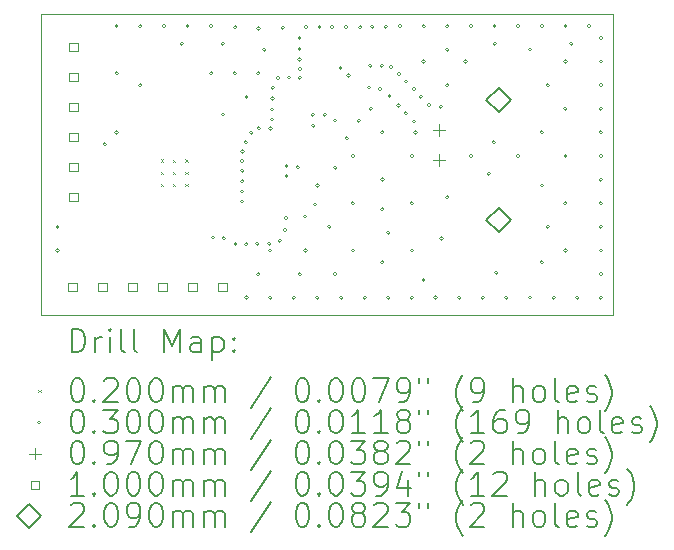
<source format=gbr>
%TF.GenerationSoftware,KiCad,Pcbnew,8.0.3*%
%TF.CreationDate,2024-10-23T17:14:19+02:00*%
%TF.ProjectId,aprs_test_board,61707273-5f74-4657-9374-5f626f617264,rev?*%
%TF.SameCoordinates,Original*%
%TF.FileFunction,Drillmap*%
%TF.FilePolarity,Positive*%
%FSLAX45Y45*%
G04 Gerber Fmt 4.5, Leading zero omitted, Abs format (unit mm)*
G04 Created by KiCad (PCBNEW 8.0.3) date 2024-10-23 17:14:19*
%MOMM*%
%LPD*%
G01*
G04 APERTURE LIST*
%ADD10C,0.050000*%
%ADD11C,0.200000*%
%ADD12C,0.100000*%
%ADD13C,0.209000*%
G04 APERTURE END LIST*
D10*
X8961000Y-8994000D02*
X13800000Y-8994000D01*
X13800000Y-11549000D01*
X8961000Y-11549000D01*
X8961000Y-8994000D01*
D11*
D12*
X9972000Y-10227000D02*
X9992000Y-10247000D01*
X9992000Y-10227000D02*
X9972000Y-10247000D01*
X9972000Y-10332000D02*
X9992000Y-10352000D01*
X9992000Y-10332000D02*
X9972000Y-10352000D01*
X9972000Y-10437000D02*
X9992000Y-10457000D01*
X9992000Y-10437000D02*
X9972000Y-10457000D01*
X10077000Y-10232000D02*
X10097000Y-10252000D01*
X10097000Y-10232000D02*
X10077000Y-10252000D01*
X10077000Y-10437000D02*
X10097000Y-10457000D01*
X10097000Y-10437000D02*
X10077000Y-10457000D01*
X10078000Y-10333000D02*
X10098000Y-10353000D01*
X10098000Y-10333000D02*
X10078000Y-10353000D01*
X10182000Y-10227000D02*
X10202000Y-10247000D01*
X10202000Y-10227000D02*
X10182000Y-10247000D01*
X10182000Y-10332000D02*
X10202000Y-10352000D01*
X10202000Y-10332000D02*
X10182000Y-10352000D01*
X10182000Y-10437000D02*
X10202000Y-10457000D01*
X10202000Y-10437000D02*
X10182000Y-10457000D01*
X9115000Y-10800000D02*
G75*
G02*
X9085000Y-10800000I-15000J0D01*
G01*
X9085000Y-10800000D02*
G75*
G02*
X9115000Y-10800000I15000J0D01*
G01*
X9115000Y-11000000D02*
G75*
G02*
X9085000Y-11000000I-15000J0D01*
G01*
X9085000Y-11000000D02*
G75*
G02*
X9115000Y-11000000I15000J0D01*
G01*
X9515000Y-10100000D02*
G75*
G02*
X9485000Y-10100000I-15000J0D01*
G01*
X9485000Y-10100000D02*
G75*
G02*
X9515000Y-10100000I15000J0D01*
G01*
X9615000Y-9100000D02*
G75*
G02*
X9585000Y-9100000I-15000J0D01*
G01*
X9585000Y-9100000D02*
G75*
G02*
X9615000Y-9100000I15000J0D01*
G01*
X9615000Y-9500000D02*
G75*
G02*
X9585000Y-9500000I-15000J0D01*
G01*
X9585000Y-9500000D02*
G75*
G02*
X9615000Y-9500000I15000J0D01*
G01*
X9615000Y-10000000D02*
G75*
G02*
X9585000Y-10000000I-15000J0D01*
G01*
X9585000Y-10000000D02*
G75*
G02*
X9615000Y-10000000I15000J0D01*
G01*
X9815000Y-9100000D02*
G75*
G02*
X9785000Y-9100000I-15000J0D01*
G01*
X9785000Y-9100000D02*
G75*
G02*
X9815000Y-9100000I15000J0D01*
G01*
X9815000Y-9600000D02*
G75*
G02*
X9785000Y-9600000I-15000J0D01*
G01*
X9785000Y-9600000D02*
G75*
G02*
X9815000Y-9600000I15000J0D01*
G01*
X10015000Y-9100000D02*
G75*
G02*
X9985000Y-9100000I-15000J0D01*
G01*
X9985000Y-9100000D02*
G75*
G02*
X10015000Y-9100000I15000J0D01*
G01*
X10165000Y-9250000D02*
G75*
G02*
X10135000Y-9250000I-15000J0D01*
G01*
X10135000Y-9250000D02*
G75*
G02*
X10165000Y-9250000I15000J0D01*
G01*
X10215000Y-9100000D02*
G75*
G02*
X10185000Y-9100000I-15000J0D01*
G01*
X10185000Y-9100000D02*
G75*
G02*
X10215000Y-9100000I15000J0D01*
G01*
X10415000Y-9100000D02*
G75*
G02*
X10385000Y-9100000I-15000J0D01*
G01*
X10385000Y-9100000D02*
G75*
G02*
X10415000Y-9100000I15000J0D01*
G01*
X10415000Y-9500000D02*
G75*
G02*
X10385000Y-9500000I-15000J0D01*
G01*
X10385000Y-9500000D02*
G75*
G02*
X10415000Y-9500000I15000J0D01*
G01*
X10432000Y-10891000D02*
G75*
G02*
X10402000Y-10891000I-15000J0D01*
G01*
X10402000Y-10891000D02*
G75*
G02*
X10432000Y-10891000I15000J0D01*
G01*
X10515000Y-9250000D02*
G75*
G02*
X10485000Y-9250000I-15000J0D01*
G01*
X10485000Y-9250000D02*
G75*
G02*
X10515000Y-9250000I15000J0D01*
G01*
X10515000Y-9850000D02*
G75*
G02*
X10485000Y-9850000I-15000J0D01*
G01*
X10485000Y-9850000D02*
G75*
G02*
X10515000Y-9850000I15000J0D01*
G01*
X10522000Y-10895000D02*
G75*
G02*
X10492000Y-10895000I-15000J0D01*
G01*
X10492000Y-10895000D02*
G75*
G02*
X10522000Y-10895000I15000J0D01*
G01*
X10615000Y-9500000D02*
G75*
G02*
X10585000Y-9500000I-15000J0D01*
G01*
X10585000Y-9500000D02*
G75*
G02*
X10615000Y-9500000I15000J0D01*
G01*
X10618000Y-9110000D02*
G75*
G02*
X10588000Y-9110000I-15000J0D01*
G01*
X10588000Y-9110000D02*
G75*
G02*
X10618000Y-9110000I15000J0D01*
G01*
X10621000Y-10945000D02*
G75*
G02*
X10591000Y-10945000I-15000J0D01*
G01*
X10591000Y-10945000D02*
G75*
G02*
X10621000Y-10945000I15000J0D01*
G01*
X10676000Y-10501000D02*
G75*
G02*
X10646000Y-10501000I-15000J0D01*
G01*
X10646000Y-10501000D02*
G75*
G02*
X10676000Y-10501000I15000J0D01*
G01*
X10676000Y-10586000D02*
G75*
G02*
X10646000Y-10586000I-15000J0D01*
G01*
X10646000Y-10586000D02*
G75*
G02*
X10676000Y-10586000I15000J0D01*
G01*
X10677000Y-10243000D02*
G75*
G02*
X10647000Y-10243000I-15000J0D01*
G01*
X10647000Y-10243000D02*
G75*
G02*
X10677000Y-10243000I15000J0D01*
G01*
X10679000Y-10162000D02*
G75*
G02*
X10649000Y-10162000I-15000J0D01*
G01*
X10649000Y-10162000D02*
G75*
G02*
X10679000Y-10162000I15000J0D01*
G01*
X10679000Y-10324000D02*
G75*
G02*
X10649000Y-10324000I-15000J0D01*
G01*
X10649000Y-10324000D02*
G75*
G02*
X10679000Y-10324000I15000J0D01*
G01*
X10679000Y-10412000D02*
G75*
G02*
X10649000Y-10412000I-15000J0D01*
G01*
X10649000Y-10412000D02*
G75*
G02*
X10679000Y-10412000I15000J0D01*
G01*
X10708000Y-10083000D02*
G75*
G02*
X10678000Y-10083000I-15000J0D01*
G01*
X10678000Y-10083000D02*
G75*
G02*
X10708000Y-10083000I15000J0D01*
G01*
X10712000Y-10946000D02*
G75*
G02*
X10682000Y-10946000I-15000J0D01*
G01*
X10682000Y-10946000D02*
G75*
G02*
X10712000Y-10946000I15000J0D01*
G01*
X10715000Y-9700000D02*
G75*
G02*
X10685000Y-9700000I-15000J0D01*
G01*
X10685000Y-9700000D02*
G75*
G02*
X10715000Y-9700000I15000J0D01*
G01*
X10715000Y-11400000D02*
G75*
G02*
X10685000Y-11400000I-15000J0D01*
G01*
X10685000Y-11400000D02*
G75*
G02*
X10715000Y-11400000I15000J0D01*
G01*
X10753000Y-10003000D02*
G75*
G02*
X10723000Y-10003000I-15000J0D01*
G01*
X10723000Y-10003000D02*
G75*
G02*
X10753000Y-10003000I15000J0D01*
G01*
X10807000Y-10943000D02*
G75*
G02*
X10777000Y-10943000I-15000J0D01*
G01*
X10777000Y-10943000D02*
G75*
G02*
X10807000Y-10943000I15000J0D01*
G01*
X10815000Y-9500000D02*
G75*
G02*
X10785000Y-9500000I-15000J0D01*
G01*
X10785000Y-9500000D02*
G75*
G02*
X10815000Y-9500000I15000J0D01*
G01*
X10815000Y-11200000D02*
G75*
G02*
X10785000Y-11200000I-15000J0D01*
G01*
X10785000Y-11200000D02*
G75*
G02*
X10815000Y-11200000I15000J0D01*
G01*
X10817000Y-9122000D02*
G75*
G02*
X10787000Y-9122000I-15000J0D01*
G01*
X10787000Y-9122000D02*
G75*
G02*
X10817000Y-9122000I15000J0D01*
G01*
X10818000Y-9964000D02*
G75*
G02*
X10788000Y-9964000I-15000J0D01*
G01*
X10788000Y-9964000D02*
G75*
G02*
X10818000Y-9964000I15000J0D01*
G01*
X10865000Y-9300000D02*
G75*
G02*
X10835000Y-9300000I-15000J0D01*
G01*
X10835000Y-9300000D02*
G75*
G02*
X10865000Y-9300000I15000J0D01*
G01*
X10906000Y-10943000D02*
G75*
G02*
X10876000Y-10943000I-15000J0D01*
G01*
X10876000Y-10943000D02*
G75*
G02*
X10906000Y-10943000I15000J0D01*
G01*
X10915000Y-11000000D02*
G75*
G02*
X10885000Y-11000000I-15000J0D01*
G01*
X10885000Y-11000000D02*
G75*
G02*
X10915000Y-11000000I15000J0D01*
G01*
X10915000Y-11400000D02*
G75*
G02*
X10885000Y-11400000I-15000J0D01*
G01*
X10885000Y-11400000D02*
G75*
G02*
X10915000Y-11400000I15000J0D01*
G01*
X10918000Y-9969000D02*
G75*
G02*
X10888000Y-9969000I-15000J0D01*
G01*
X10888000Y-9969000D02*
G75*
G02*
X10918000Y-9969000I15000J0D01*
G01*
X10930000Y-9892000D02*
G75*
G02*
X10900000Y-9892000I-15000J0D01*
G01*
X10900000Y-9892000D02*
G75*
G02*
X10930000Y-9892000I15000J0D01*
G01*
X10931000Y-9805000D02*
G75*
G02*
X10901000Y-9805000I-15000J0D01*
G01*
X10901000Y-9805000D02*
G75*
G02*
X10931000Y-9805000I15000J0D01*
G01*
X10935000Y-9715000D02*
G75*
G02*
X10905000Y-9715000I-15000J0D01*
G01*
X10905000Y-9715000D02*
G75*
G02*
X10935000Y-9715000I15000J0D01*
G01*
X10937000Y-9621000D02*
G75*
G02*
X10907000Y-9621000I-15000J0D01*
G01*
X10907000Y-9621000D02*
G75*
G02*
X10937000Y-9621000I15000J0D01*
G01*
X10980000Y-9540000D02*
G75*
G02*
X10950000Y-9540000I-15000J0D01*
G01*
X10950000Y-9540000D02*
G75*
G02*
X10980000Y-9540000I15000J0D01*
G01*
X10997000Y-10917000D02*
G75*
G02*
X10967000Y-10917000I-15000J0D01*
G01*
X10967000Y-10917000D02*
G75*
G02*
X10997000Y-10917000I15000J0D01*
G01*
X11022000Y-9113000D02*
G75*
G02*
X10992000Y-9113000I-15000J0D01*
G01*
X10992000Y-9113000D02*
G75*
G02*
X11022000Y-9113000I15000J0D01*
G01*
X11039000Y-10827000D02*
G75*
G02*
X11009000Y-10827000I-15000J0D01*
G01*
X11009000Y-10827000D02*
G75*
G02*
X11039000Y-10827000I15000J0D01*
G01*
X11048000Y-10726000D02*
G75*
G02*
X11018000Y-10726000I-15000J0D01*
G01*
X11018000Y-10726000D02*
G75*
G02*
X11048000Y-10726000I15000J0D01*
G01*
X11053000Y-10368000D02*
G75*
G02*
X11023000Y-10368000I-15000J0D01*
G01*
X11023000Y-10368000D02*
G75*
G02*
X11053000Y-10368000I15000J0D01*
G01*
X11055000Y-10285000D02*
G75*
G02*
X11025000Y-10285000I-15000J0D01*
G01*
X11025000Y-10285000D02*
G75*
G02*
X11055000Y-10285000I15000J0D01*
G01*
X11074000Y-9536000D02*
G75*
G02*
X11044000Y-9536000I-15000J0D01*
G01*
X11044000Y-9536000D02*
G75*
G02*
X11074000Y-9536000I15000J0D01*
G01*
X11115000Y-11400000D02*
G75*
G02*
X11085000Y-11400000I-15000J0D01*
G01*
X11085000Y-11400000D02*
G75*
G02*
X11115000Y-11400000I15000J0D01*
G01*
X11149000Y-10294000D02*
G75*
G02*
X11119000Y-10294000I-15000J0D01*
G01*
X11119000Y-10294000D02*
G75*
G02*
X11149000Y-10294000I15000J0D01*
G01*
X11163000Y-9202000D02*
G75*
G02*
X11133000Y-9202000I-15000J0D01*
G01*
X11133000Y-9202000D02*
G75*
G02*
X11163000Y-9202000I15000J0D01*
G01*
X11163000Y-9293000D02*
G75*
G02*
X11133000Y-9293000I-15000J0D01*
G01*
X11133000Y-9293000D02*
G75*
G02*
X11163000Y-9293000I15000J0D01*
G01*
X11165000Y-9383000D02*
G75*
G02*
X11135000Y-9383000I-15000J0D01*
G01*
X11135000Y-9383000D02*
G75*
G02*
X11165000Y-9383000I15000J0D01*
G01*
X11165000Y-11200000D02*
G75*
G02*
X11135000Y-11200000I-15000J0D01*
G01*
X11135000Y-11200000D02*
G75*
G02*
X11165000Y-11200000I15000J0D01*
G01*
X11166000Y-9464000D02*
G75*
G02*
X11136000Y-9464000I-15000J0D01*
G01*
X11136000Y-9464000D02*
G75*
G02*
X11166000Y-9464000I15000J0D01*
G01*
X11166000Y-9537000D02*
G75*
G02*
X11136000Y-9537000I-15000J0D01*
G01*
X11136000Y-9537000D02*
G75*
G02*
X11166000Y-9537000I15000J0D01*
G01*
X11209000Y-10713000D02*
G75*
G02*
X11179000Y-10713000I-15000J0D01*
G01*
X11179000Y-10713000D02*
G75*
G02*
X11209000Y-10713000I15000J0D01*
G01*
X11215000Y-11000000D02*
G75*
G02*
X11185000Y-11000000I-15000J0D01*
G01*
X11185000Y-11000000D02*
G75*
G02*
X11215000Y-11000000I15000J0D01*
G01*
X11217000Y-9108000D02*
G75*
G02*
X11187000Y-9108000I-15000J0D01*
G01*
X11187000Y-9108000D02*
G75*
G02*
X11217000Y-9108000I15000J0D01*
G01*
X11276000Y-9850000D02*
G75*
G02*
X11246000Y-9850000I-15000J0D01*
G01*
X11246000Y-9850000D02*
G75*
G02*
X11276000Y-9850000I15000J0D01*
G01*
X11280000Y-9944000D02*
G75*
G02*
X11250000Y-9944000I-15000J0D01*
G01*
X11250000Y-9944000D02*
G75*
G02*
X11280000Y-9944000I15000J0D01*
G01*
X11294000Y-10612000D02*
G75*
G02*
X11264000Y-10612000I-15000J0D01*
G01*
X11264000Y-10612000D02*
G75*
G02*
X11294000Y-10612000I15000J0D01*
G01*
X11315000Y-10450000D02*
G75*
G02*
X11285000Y-10450000I-15000J0D01*
G01*
X11285000Y-10450000D02*
G75*
G02*
X11315000Y-10450000I15000J0D01*
G01*
X11315000Y-11400000D02*
G75*
G02*
X11285000Y-11400000I-15000J0D01*
G01*
X11285000Y-11400000D02*
G75*
G02*
X11315000Y-11400000I15000J0D01*
G01*
X11333000Y-9107000D02*
G75*
G02*
X11303000Y-9107000I-15000J0D01*
G01*
X11303000Y-9107000D02*
G75*
G02*
X11333000Y-9107000I15000J0D01*
G01*
X11378000Y-9852000D02*
G75*
G02*
X11348000Y-9852000I-15000J0D01*
G01*
X11348000Y-9852000D02*
G75*
G02*
X11378000Y-9852000I15000J0D01*
G01*
X11415000Y-10800000D02*
G75*
G02*
X11385000Y-10800000I-15000J0D01*
G01*
X11385000Y-10800000D02*
G75*
G02*
X11415000Y-10800000I15000J0D01*
G01*
X11439000Y-9109000D02*
G75*
G02*
X11409000Y-9109000I-15000J0D01*
G01*
X11409000Y-9109000D02*
G75*
G02*
X11439000Y-9109000I15000J0D01*
G01*
X11465000Y-9900000D02*
G75*
G02*
X11435000Y-9900000I-15000J0D01*
G01*
X11435000Y-9900000D02*
G75*
G02*
X11465000Y-9900000I15000J0D01*
G01*
X11465000Y-10300000D02*
G75*
G02*
X11435000Y-10300000I-15000J0D01*
G01*
X11435000Y-10300000D02*
G75*
G02*
X11465000Y-10300000I15000J0D01*
G01*
X11465000Y-11200000D02*
G75*
G02*
X11435000Y-11200000I-15000J0D01*
G01*
X11435000Y-11200000D02*
G75*
G02*
X11465000Y-11200000I15000J0D01*
G01*
X11510000Y-9456000D02*
G75*
G02*
X11480000Y-9456000I-15000J0D01*
G01*
X11480000Y-9456000D02*
G75*
G02*
X11510000Y-9456000I15000J0D01*
G01*
X11515000Y-11400000D02*
G75*
G02*
X11485000Y-11400000I-15000J0D01*
G01*
X11485000Y-11400000D02*
G75*
G02*
X11515000Y-11400000I15000J0D01*
G01*
X11558000Y-9107000D02*
G75*
G02*
X11528000Y-9107000I-15000J0D01*
G01*
X11528000Y-9107000D02*
G75*
G02*
X11558000Y-9107000I15000J0D01*
G01*
X11565000Y-10050000D02*
G75*
G02*
X11535000Y-10050000I-15000J0D01*
G01*
X11535000Y-10050000D02*
G75*
G02*
X11565000Y-10050000I15000J0D01*
G01*
X11579000Y-9518000D02*
G75*
G02*
X11549000Y-9518000I-15000J0D01*
G01*
X11549000Y-9518000D02*
G75*
G02*
X11579000Y-9518000I15000J0D01*
G01*
X11615000Y-10200000D02*
G75*
G02*
X11585000Y-10200000I-15000J0D01*
G01*
X11585000Y-10200000D02*
G75*
G02*
X11615000Y-10200000I15000J0D01*
G01*
X11615000Y-10600000D02*
G75*
G02*
X11585000Y-10600000I-15000J0D01*
G01*
X11585000Y-10600000D02*
G75*
G02*
X11615000Y-10600000I15000J0D01*
G01*
X11615000Y-11000000D02*
G75*
G02*
X11585000Y-11000000I-15000J0D01*
G01*
X11585000Y-11000000D02*
G75*
G02*
X11615000Y-11000000I15000J0D01*
G01*
X11665000Y-9900000D02*
G75*
G02*
X11635000Y-9900000I-15000J0D01*
G01*
X11635000Y-9900000D02*
G75*
G02*
X11665000Y-9900000I15000J0D01*
G01*
X11678000Y-9111000D02*
G75*
G02*
X11648000Y-9111000I-15000J0D01*
G01*
X11648000Y-9111000D02*
G75*
G02*
X11678000Y-9111000I15000J0D01*
G01*
X11715000Y-11400000D02*
G75*
G02*
X11685000Y-11400000I-15000J0D01*
G01*
X11685000Y-11400000D02*
G75*
G02*
X11715000Y-11400000I15000J0D01*
G01*
X11753000Y-9620000D02*
G75*
G02*
X11723000Y-9620000I-15000J0D01*
G01*
X11723000Y-9620000D02*
G75*
G02*
X11753000Y-9620000I15000J0D01*
G01*
X11764000Y-9436000D02*
G75*
G02*
X11734000Y-9436000I-15000J0D01*
G01*
X11734000Y-9436000D02*
G75*
G02*
X11764000Y-9436000I15000J0D01*
G01*
X11765000Y-9800000D02*
G75*
G02*
X11735000Y-9800000I-15000J0D01*
G01*
X11735000Y-9800000D02*
G75*
G02*
X11765000Y-9800000I15000J0D01*
G01*
X11778000Y-9105000D02*
G75*
G02*
X11748000Y-9105000I-15000J0D01*
G01*
X11748000Y-9105000D02*
G75*
G02*
X11778000Y-9105000I15000J0D01*
G01*
X11844000Y-9633000D02*
G75*
G02*
X11814000Y-9633000I-15000J0D01*
G01*
X11814000Y-9633000D02*
G75*
G02*
X11844000Y-9633000I15000J0D01*
G01*
X11860000Y-9434000D02*
G75*
G02*
X11830000Y-9434000I-15000J0D01*
G01*
X11830000Y-9434000D02*
G75*
G02*
X11860000Y-9434000I15000J0D01*
G01*
X11865000Y-10000000D02*
G75*
G02*
X11835000Y-10000000I-15000J0D01*
G01*
X11835000Y-10000000D02*
G75*
G02*
X11865000Y-10000000I15000J0D01*
G01*
X11865000Y-10400000D02*
G75*
G02*
X11835000Y-10400000I-15000J0D01*
G01*
X11835000Y-10400000D02*
G75*
G02*
X11865000Y-10400000I15000J0D01*
G01*
X11865000Y-10650000D02*
G75*
G02*
X11835000Y-10650000I-15000J0D01*
G01*
X11835000Y-10650000D02*
G75*
G02*
X11865000Y-10650000I15000J0D01*
G01*
X11865000Y-11100000D02*
G75*
G02*
X11835000Y-11100000I-15000J0D01*
G01*
X11835000Y-11100000D02*
G75*
G02*
X11865000Y-11100000I15000J0D01*
G01*
X11892000Y-9106000D02*
G75*
G02*
X11862000Y-9106000I-15000J0D01*
G01*
X11862000Y-9106000D02*
G75*
G02*
X11892000Y-9106000I15000J0D01*
G01*
X11915000Y-10850000D02*
G75*
G02*
X11885000Y-10850000I-15000J0D01*
G01*
X11885000Y-10850000D02*
G75*
G02*
X11915000Y-10850000I15000J0D01*
G01*
X11915000Y-11400000D02*
G75*
G02*
X11885000Y-11400000I-15000J0D01*
G01*
X11885000Y-11400000D02*
G75*
G02*
X11915000Y-11400000I15000J0D01*
G01*
X11925000Y-9693000D02*
G75*
G02*
X11895000Y-9693000I-15000J0D01*
G01*
X11895000Y-9693000D02*
G75*
G02*
X11925000Y-9693000I15000J0D01*
G01*
X11940000Y-9447000D02*
G75*
G02*
X11910000Y-9447000I-15000J0D01*
G01*
X11910000Y-9447000D02*
G75*
G02*
X11940000Y-9447000I15000J0D01*
G01*
X12001000Y-9773000D02*
G75*
G02*
X11971000Y-9773000I-15000J0D01*
G01*
X11971000Y-9773000D02*
G75*
G02*
X12001000Y-9773000I15000J0D01*
G01*
X12006000Y-9508000D02*
G75*
G02*
X11976000Y-9508000I-15000J0D01*
G01*
X11976000Y-9508000D02*
G75*
G02*
X12006000Y-9508000I15000J0D01*
G01*
X12015000Y-9100000D02*
G75*
G02*
X11985000Y-9100000I-15000J0D01*
G01*
X11985000Y-9100000D02*
G75*
G02*
X12015000Y-9100000I15000J0D01*
G01*
X12064000Y-9570000D02*
G75*
G02*
X12034000Y-9570000I-15000J0D01*
G01*
X12034000Y-9570000D02*
G75*
G02*
X12064000Y-9570000I15000J0D01*
G01*
X12064000Y-9838000D02*
G75*
G02*
X12034000Y-9838000I-15000J0D01*
G01*
X12034000Y-9838000D02*
G75*
G02*
X12064000Y-9838000I15000J0D01*
G01*
X12115000Y-10200000D02*
G75*
G02*
X12085000Y-10200000I-15000J0D01*
G01*
X12085000Y-10200000D02*
G75*
G02*
X12115000Y-10200000I15000J0D01*
G01*
X12115000Y-10600000D02*
G75*
G02*
X12085000Y-10600000I-15000J0D01*
G01*
X12085000Y-10600000D02*
G75*
G02*
X12115000Y-10600000I15000J0D01*
G01*
X12115000Y-11000000D02*
G75*
G02*
X12085000Y-11000000I-15000J0D01*
G01*
X12085000Y-11000000D02*
G75*
G02*
X12115000Y-11000000I15000J0D01*
G01*
X12115000Y-11400000D02*
G75*
G02*
X12085000Y-11400000I-15000J0D01*
G01*
X12085000Y-11400000D02*
G75*
G02*
X12115000Y-11400000I15000J0D01*
G01*
X12131000Y-9633000D02*
G75*
G02*
X12101000Y-9633000I-15000J0D01*
G01*
X12101000Y-9633000D02*
G75*
G02*
X12131000Y-9633000I15000J0D01*
G01*
X12133000Y-9909000D02*
G75*
G02*
X12103000Y-9909000I-15000J0D01*
G01*
X12103000Y-9909000D02*
G75*
G02*
X12133000Y-9909000I15000J0D01*
G01*
X12147000Y-10002000D02*
G75*
G02*
X12117000Y-10002000I-15000J0D01*
G01*
X12117000Y-10002000D02*
G75*
G02*
X12147000Y-10002000I15000J0D01*
G01*
X12190000Y-9698000D02*
G75*
G02*
X12160000Y-9698000I-15000J0D01*
G01*
X12160000Y-9698000D02*
G75*
G02*
X12190000Y-9698000I15000J0D01*
G01*
X12215000Y-9100000D02*
G75*
G02*
X12185000Y-9100000I-15000J0D01*
G01*
X12185000Y-9100000D02*
G75*
G02*
X12215000Y-9100000I15000J0D01*
G01*
X12215000Y-9400000D02*
G75*
G02*
X12185000Y-9400000I-15000J0D01*
G01*
X12185000Y-9400000D02*
G75*
G02*
X12215000Y-9400000I15000J0D01*
G01*
X12215000Y-11250000D02*
G75*
G02*
X12185000Y-11250000I-15000J0D01*
G01*
X12185000Y-11250000D02*
G75*
G02*
X12215000Y-11250000I15000J0D01*
G01*
X12259000Y-9767000D02*
G75*
G02*
X12229000Y-9767000I-15000J0D01*
G01*
X12229000Y-9767000D02*
G75*
G02*
X12259000Y-9767000I15000J0D01*
G01*
X12315000Y-11400000D02*
G75*
G02*
X12285000Y-11400000I-15000J0D01*
G01*
X12285000Y-11400000D02*
G75*
G02*
X12315000Y-11400000I15000J0D01*
G01*
X12359000Y-9784000D02*
G75*
G02*
X12329000Y-9784000I-15000J0D01*
G01*
X12329000Y-9784000D02*
G75*
G02*
X12359000Y-9784000I15000J0D01*
G01*
X12365000Y-10900000D02*
G75*
G02*
X12335000Y-10900000I-15000J0D01*
G01*
X12335000Y-10900000D02*
G75*
G02*
X12365000Y-10900000I15000J0D01*
G01*
X12415000Y-9100000D02*
G75*
G02*
X12385000Y-9100000I-15000J0D01*
G01*
X12385000Y-9100000D02*
G75*
G02*
X12415000Y-9100000I15000J0D01*
G01*
X12415000Y-9300000D02*
G75*
G02*
X12385000Y-9300000I-15000J0D01*
G01*
X12385000Y-9300000D02*
G75*
G02*
X12415000Y-9300000I15000J0D01*
G01*
X12415000Y-9600000D02*
G75*
G02*
X12385000Y-9600000I-15000J0D01*
G01*
X12385000Y-9600000D02*
G75*
G02*
X12415000Y-9600000I15000J0D01*
G01*
X12415000Y-10550000D02*
G75*
G02*
X12385000Y-10550000I-15000J0D01*
G01*
X12385000Y-10550000D02*
G75*
G02*
X12415000Y-10550000I15000J0D01*
G01*
X12515000Y-11400000D02*
G75*
G02*
X12485000Y-11400000I-15000J0D01*
G01*
X12485000Y-11400000D02*
G75*
G02*
X12515000Y-11400000I15000J0D01*
G01*
X12570000Y-9400000D02*
G75*
G02*
X12540000Y-9400000I-15000J0D01*
G01*
X12540000Y-9400000D02*
G75*
G02*
X12570000Y-9400000I15000J0D01*
G01*
X12615000Y-9100000D02*
G75*
G02*
X12585000Y-9100000I-15000J0D01*
G01*
X12585000Y-9100000D02*
G75*
G02*
X12615000Y-9100000I15000J0D01*
G01*
X12615000Y-10200000D02*
G75*
G02*
X12585000Y-10200000I-15000J0D01*
G01*
X12585000Y-10200000D02*
G75*
G02*
X12615000Y-10200000I15000J0D01*
G01*
X12715000Y-11400000D02*
G75*
G02*
X12685000Y-11400000I-15000J0D01*
G01*
X12685000Y-11400000D02*
G75*
G02*
X12715000Y-11400000I15000J0D01*
G01*
X12765000Y-10350000D02*
G75*
G02*
X12735000Y-10350000I-15000J0D01*
G01*
X12735000Y-10350000D02*
G75*
G02*
X12765000Y-10350000I15000J0D01*
G01*
X12809000Y-10085000D02*
G75*
G02*
X12779000Y-10085000I-15000J0D01*
G01*
X12779000Y-10085000D02*
G75*
G02*
X12809000Y-10085000I15000J0D01*
G01*
X12815000Y-9100000D02*
G75*
G02*
X12785000Y-9100000I-15000J0D01*
G01*
X12785000Y-9100000D02*
G75*
G02*
X12815000Y-9100000I15000J0D01*
G01*
X12815000Y-9250000D02*
G75*
G02*
X12785000Y-9250000I-15000J0D01*
G01*
X12785000Y-9250000D02*
G75*
G02*
X12815000Y-9250000I15000J0D01*
G01*
X12829000Y-11189000D02*
G75*
G02*
X12799000Y-11189000I-15000J0D01*
G01*
X12799000Y-11189000D02*
G75*
G02*
X12829000Y-11189000I15000J0D01*
G01*
X12915000Y-11400000D02*
G75*
G02*
X12885000Y-11400000I-15000J0D01*
G01*
X12885000Y-11400000D02*
G75*
G02*
X12915000Y-11400000I15000J0D01*
G01*
X13015000Y-9100000D02*
G75*
G02*
X12985000Y-9100000I-15000J0D01*
G01*
X12985000Y-9100000D02*
G75*
G02*
X13015000Y-9100000I15000J0D01*
G01*
X13015000Y-10200000D02*
G75*
G02*
X12985000Y-10200000I-15000J0D01*
G01*
X12985000Y-10200000D02*
G75*
G02*
X13015000Y-10200000I15000J0D01*
G01*
X13115000Y-9300000D02*
G75*
G02*
X13085000Y-9300000I-15000J0D01*
G01*
X13085000Y-9300000D02*
G75*
G02*
X13115000Y-9300000I15000J0D01*
G01*
X13115000Y-11400000D02*
G75*
G02*
X13085000Y-11400000I-15000J0D01*
G01*
X13085000Y-11400000D02*
G75*
G02*
X13115000Y-11400000I15000J0D01*
G01*
X13215000Y-9100000D02*
G75*
G02*
X13185000Y-9100000I-15000J0D01*
G01*
X13185000Y-9100000D02*
G75*
G02*
X13215000Y-9100000I15000J0D01*
G01*
X13215000Y-10000000D02*
G75*
G02*
X13185000Y-10000000I-15000J0D01*
G01*
X13185000Y-10000000D02*
G75*
G02*
X13215000Y-10000000I15000J0D01*
G01*
X13215000Y-10450000D02*
G75*
G02*
X13185000Y-10450000I-15000J0D01*
G01*
X13185000Y-10450000D02*
G75*
G02*
X13215000Y-10450000I15000J0D01*
G01*
X13215000Y-11100000D02*
G75*
G02*
X13185000Y-11100000I-15000J0D01*
G01*
X13185000Y-11100000D02*
G75*
G02*
X13215000Y-11100000I15000J0D01*
G01*
X13265000Y-9600000D02*
G75*
G02*
X13235000Y-9600000I-15000J0D01*
G01*
X13235000Y-9600000D02*
G75*
G02*
X13265000Y-9600000I15000J0D01*
G01*
X13265000Y-10800000D02*
G75*
G02*
X13235000Y-10800000I-15000J0D01*
G01*
X13235000Y-10800000D02*
G75*
G02*
X13265000Y-10800000I15000J0D01*
G01*
X13315000Y-11400000D02*
G75*
G02*
X13285000Y-11400000I-15000J0D01*
G01*
X13285000Y-11400000D02*
G75*
G02*
X13315000Y-11400000I15000J0D01*
G01*
X13415000Y-9100000D02*
G75*
G02*
X13385000Y-9100000I-15000J0D01*
G01*
X13385000Y-9100000D02*
G75*
G02*
X13415000Y-9100000I15000J0D01*
G01*
X13415000Y-9400000D02*
G75*
G02*
X13385000Y-9400000I-15000J0D01*
G01*
X13385000Y-9400000D02*
G75*
G02*
X13415000Y-9400000I15000J0D01*
G01*
X13415000Y-9800000D02*
G75*
G02*
X13385000Y-9800000I-15000J0D01*
G01*
X13385000Y-9800000D02*
G75*
G02*
X13415000Y-9800000I15000J0D01*
G01*
X13415000Y-10200000D02*
G75*
G02*
X13385000Y-10200000I-15000J0D01*
G01*
X13385000Y-10200000D02*
G75*
G02*
X13415000Y-10200000I15000J0D01*
G01*
X13415000Y-10600000D02*
G75*
G02*
X13385000Y-10600000I-15000J0D01*
G01*
X13385000Y-10600000D02*
G75*
G02*
X13415000Y-10600000I15000J0D01*
G01*
X13415000Y-11000000D02*
G75*
G02*
X13385000Y-11000000I-15000J0D01*
G01*
X13385000Y-11000000D02*
G75*
G02*
X13415000Y-11000000I15000J0D01*
G01*
X13465000Y-9250000D02*
G75*
G02*
X13435000Y-9250000I-15000J0D01*
G01*
X13435000Y-9250000D02*
G75*
G02*
X13465000Y-9250000I15000J0D01*
G01*
X13515000Y-11400000D02*
G75*
G02*
X13485000Y-11400000I-15000J0D01*
G01*
X13485000Y-11400000D02*
G75*
G02*
X13515000Y-11400000I15000J0D01*
G01*
X13615000Y-9100000D02*
G75*
G02*
X13585000Y-9100000I-15000J0D01*
G01*
X13585000Y-9100000D02*
G75*
G02*
X13615000Y-9100000I15000J0D01*
G01*
X13715000Y-9200000D02*
G75*
G02*
X13685000Y-9200000I-15000J0D01*
G01*
X13685000Y-9200000D02*
G75*
G02*
X13715000Y-9200000I15000J0D01*
G01*
X13715000Y-9400000D02*
G75*
G02*
X13685000Y-9400000I-15000J0D01*
G01*
X13685000Y-9400000D02*
G75*
G02*
X13715000Y-9400000I15000J0D01*
G01*
X13715000Y-9600000D02*
G75*
G02*
X13685000Y-9600000I-15000J0D01*
G01*
X13685000Y-9600000D02*
G75*
G02*
X13715000Y-9600000I15000J0D01*
G01*
X13715000Y-9800000D02*
G75*
G02*
X13685000Y-9800000I-15000J0D01*
G01*
X13685000Y-9800000D02*
G75*
G02*
X13715000Y-9800000I15000J0D01*
G01*
X13715000Y-10000000D02*
G75*
G02*
X13685000Y-10000000I-15000J0D01*
G01*
X13685000Y-10000000D02*
G75*
G02*
X13715000Y-10000000I15000J0D01*
G01*
X13715000Y-10200000D02*
G75*
G02*
X13685000Y-10200000I-15000J0D01*
G01*
X13685000Y-10200000D02*
G75*
G02*
X13715000Y-10200000I15000J0D01*
G01*
X13715000Y-10400000D02*
G75*
G02*
X13685000Y-10400000I-15000J0D01*
G01*
X13685000Y-10400000D02*
G75*
G02*
X13715000Y-10400000I15000J0D01*
G01*
X13715000Y-10600000D02*
G75*
G02*
X13685000Y-10600000I-15000J0D01*
G01*
X13685000Y-10600000D02*
G75*
G02*
X13715000Y-10600000I15000J0D01*
G01*
X13715000Y-10800000D02*
G75*
G02*
X13685000Y-10800000I-15000J0D01*
G01*
X13685000Y-10800000D02*
G75*
G02*
X13715000Y-10800000I15000J0D01*
G01*
X13715000Y-11000000D02*
G75*
G02*
X13685000Y-11000000I-15000J0D01*
G01*
X13685000Y-11000000D02*
G75*
G02*
X13715000Y-11000000I15000J0D01*
G01*
X13715000Y-11200000D02*
G75*
G02*
X13685000Y-11200000I-15000J0D01*
G01*
X13685000Y-11200000D02*
G75*
G02*
X13715000Y-11200000I15000J0D01*
G01*
X13715000Y-11400000D02*
G75*
G02*
X13685000Y-11400000I-15000J0D01*
G01*
X13685000Y-11400000D02*
G75*
G02*
X13715000Y-11400000I15000J0D01*
G01*
X12328000Y-9931500D02*
X12328000Y-10028500D01*
X12279500Y-9980000D02*
X12376500Y-9980000D01*
X12328000Y-10185500D02*
X12328000Y-10282500D01*
X12279500Y-10234000D02*
X12376500Y-10234000D01*
X9261356Y-11342356D02*
X9261356Y-11271644D01*
X9190644Y-11271644D01*
X9190644Y-11342356D01*
X9261356Y-11342356D01*
X9270356Y-9310356D02*
X9270356Y-9239644D01*
X9199644Y-9239644D01*
X9199644Y-9310356D01*
X9270356Y-9310356D01*
X9270356Y-9564356D02*
X9270356Y-9493644D01*
X9199644Y-9493644D01*
X9199644Y-9564356D01*
X9270356Y-9564356D01*
X9270356Y-9818356D02*
X9270356Y-9747644D01*
X9199644Y-9747644D01*
X9199644Y-9818356D01*
X9270356Y-9818356D01*
X9270356Y-10072356D02*
X9270356Y-10001644D01*
X9199644Y-10001644D01*
X9199644Y-10072356D01*
X9270356Y-10072356D01*
X9270356Y-10326356D02*
X9270356Y-10255644D01*
X9199644Y-10255644D01*
X9199644Y-10326356D01*
X9270356Y-10326356D01*
X9270356Y-10580356D02*
X9270356Y-10509644D01*
X9199644Y-10509644D01*
X9199644Y-10580356D01*
X9270356Y-10580356D01*
X9515356Y-11342356D02*
X9515356Y-11271644D01*
X9444644Y-11271644D01*
X9444644Y-11342356D01*
X9515356Y-11342356D01*
X9769356Y-11342356D02*
X9769356Y-11271644D01*
X9698644Y-11271644D01*
X9698644Y-11342356D01*
X9769356Y-11342356D01*
X10023356Y-11342356D02*
X10023356Y-11271644D01*
X9952644Y-11271644D01*
X9952644Y-11342356D01*
X10023356Y-11342356D01*
X10277356Y-11342356D02*
X10277356Y-11271644D01*
X10206644Y-11271644D01*
X10206644Y-11342356D01*
X10277356Y-11342356D01*
X10531356Y-11342356D02*
X10531356Y-11271644D01*
X10460644Y-11271644D01*
X10460644Y-11342356D01*
X10531356Y-11342356D01*
D13*
X12836000Y-9830500D02*
X12940500Y-9726000D01*
X12836000Y-9621500D01*
X12731500Y-9726000D01*
X12836000Y-9830500D01*
X12836000Y-10846500D02*
X12940500Y-10742000D01*
X12836000Y-10637500D01*
X12731500Y-10742000D01*
X12836000Y-10846500D01*
D11*
X9219277Y-11862984D02*
X9219277Y-11662984D01*
X9219277Y-11662984D02*
X9266896Y-11662984D01*
X9266896Y-11662984D02*
X9295467Y-11672508D01*
X9295467Y-11672508D02*
X9314515Y-11691555D01*
X9314515Y-11691555D02*
X9324039Y-11710603D01*
X9324039Y-11710603D02*
X9333563Y-11748698D01*
X9333563Y-11748698D02*
X9333563Y-11777269D01*
X9333563Y-11777269D02*
X9324039Y-11815365D01*
X9324039Y-11815365D02*
X9314515Y-11834412D01*
X9314515Y-11834412D02*
X9295467Y-11853460D01*
X9295467Y-11853460D02*
X9266896Y-11862984D01*
X9266896Y-11862984D02*
X9219277Y-11862984D01*
X9419277Y-11862984D02*
X9419277Y-11729650D01*
X9419277Y-11767746D02*
X9428801Y-11748698D01*
X9428801Y-11748698D02*
X9438324Y-11739174D01*
X9438324Y-11739174D02*
X9457372Y-11729650D01*
X9457372Y-11729650D02*
X9476420Y-11729650D01*
X9543086Y-11862984D02*
X9543086Y-11729650D01*
X9543086Y-11662984D02*
X9533563Y-11672508D01*
X9533563Y-11672508D02*
X9543086Y-11682031D01*
X9543086Y-11682031D02*
X9552610Y-11672508D01*
X9552610Y-11672508D02*
X9543086Y-11662984D01*
X9543086Y-11662984D02*
X9543086Y-11682031D01*
X9666896Y-11862984D02*
X9647848Y-11853460D01*
X9647848Y-11853460D02*
X9638324Y-11834412D01*
X9638324Y-11834412D02*
X9638324Y-11662984D01*
X9771658Y-11862984D02*
X9752610Y-11853460D01*
X9752610Y-11853460D02*
X9743086Y-11834412D01*
X9743086Y-11834412D02*
X9743086Y-11662984D01*
X10000229Y-11862984D02*
X10000229Y-11662984D01*
X10000229Y-11662984D02*
X10066896Y-11805841D01*
X10066896Y-11805841D02*
X10133563Y-11662984D01*
X10133563Y-11662984D02*
X10133563Y-11862984D01*
X10314515Y-11862984D02*
X10314515Y-11758222D01*
X10314515Y-11758222D02*
X10304991Y-11739174D01*
X10304991Y-11739174D02*
X10285944Y-11729650D01*
X10285944Y-11729650D02*
X10247848Y-11729650D01*
X10247848Y-11729650D02*
X10228801Y-11739174D01*
X10314515Y-11853460D02*
X10295467Y-11862984D01*
X10295467Y-11862984D02*
X10247848Y-11862984D01*
X10247848Y-11862984D02*
X10228801Y-11853460D01*
X10228801Y-11853460D02*
X10219277Y-11834412D01*
X10219277Y-11834412D02*
X10219277Y-11815365D01*
X10219277Y-11815365D02*
X10228801Y-11796317D01*
X10228801Y-11796317D02*
X10247848Y-11786793D01*
X10247848Y-11786793D02*
X10295467Y-11786793D01*
X10295467Y-11786793D02*
X10314515Y-11777269D01*
X10409753Y-11729650D02*
X10409753Y-11929650D01*
X10409753Y-11739174D02*
X10428801Y-11729650D01*
X10428801Y-11729650D02*
X10466896Y-11729650D01*
X10466896Y-11729650D02*
X10485944Y-11739174D01*
X10485944Y-11739174D02*
X10495467Y-11748698D01*
X10495467Y-11748698D02*
X10504991Y-11767746D01*
X10504991Y-11767746D02*
X10504991Y-11824888D01*
X10504991Y-11824888D02*
X10495467Y-11843936D01*
X10495467Y-11843936D02*
X10485944Y-11853460D01*
X10485944Y-11853460D02*
X10466896Y-11862984D01*
X10466896Y-11862984D02*
X10428801Y-11862984D01*
X10428801Y-11862984D02*
X10409753Y-11853460D01*
X10590705Y-11843936D02*
X10600229Y-11853460D01*
X10600229Y-11853460D02*
X10590705Y-11862984D01*
X10590705Y-11862984D02*
X10581182Y-11853460D01*
X10581182Y-11853460D02*
X10590705Y-11843936D01*
X10590705Y-11843936D02*
X10590705Y-11862984D01*
X10590705Y-11739174D02*
X10600229Y-11748698D01*
X10600229Y-11748698D02*
X10590705Y-11758222D01*
X10590705Y-11758222D02*
X10581182Y-11748698D01*
X10581182Y-11748698D02*
X10590705Y-11739174D01*
X10590705Y-11739174D02*
X10590705Y-11758222D01*
D12*
X8938500Y-12181500D02*
X8958500Y-12201500D01*
X8958500Y-12181500D02*
X8938500Y-12201500D01*
D11*
X9257372Y-12082984D02*
X9276420Y-12082984D01*
X9276420Y-12082984D02*
X9295467Y-12092508D01*
X9295467Y-12092508D02*
X9304991Y-12102031D01*
X9304991Y-12102031D02*
X9314515Y-12121079D01*
X9314515Y-12121079D02*
X9324039Y-12159174D01*
X9324039Y-12159174D02*
X9324039Y-12206793D01*
X9324039Y-12206793D02*
X9314515Y-12244888D01*
X9314515Y-12244888D02*
X9304991Y-12263936D01*
X9304991Y-12263936D02*
X9295467Y-12273460D01*
X9295467Y-12273460D02*
X9276420Y-12282984D01*
X9276420Y-12282984D02*
X9257372Y-12282984D01*
X9257372Y-12282984D02*
X9238324Y-12273460D01*
X9238324Y-12273460D02*
X9228801Y-12263936D01*
X9228801Y-12263936D02*
X9219277Y-12244888D01*
X9219277Y-12244888D02*
X9209753Y-12206793D01*
X9209753Y-12206793D02*
X9209753Y-12159174D01*
X9209753Y-12159174D02*
X9219277Y-12121079D01*
X9219277Y-12121079D02*
X9228801Y-12102031D01*
X9228801Y-12102031D02*
X9238324Y-12092508D01*
X9238324Y-12092508D02*
X9257372Y-12082984D01*
X9409753Y-12263936D02*
X9419277Y-12273460D01*
X9419277Y-12273460D02*
X9409753Y-12282984D01*
X9409753Y-12282984D02*
X9400229Y-12273460D01*
X9400229Y-12273460D02*
X9409753Y-12263936D01*
X9409753Y-12263936D02*
X9409753Y-12282984D01*
X9495467Y-12102031D02*
X9504991Y-12092508D01*
X9504991Y-12092508D02*
X9524039Y-12082984D01*
X9524039Y-12082984D02*
X9571658Y-12082984D01*
X9571658Y-12082984D02*
X9590705Y-12092508D01*
X9590705Y-12092508D02*
X9600229Y-12102031D01*
X9600229Y-12102031D02*
X9609753Y-12121079D01*
X9609753Y-12121079D02*
X9609753Y-12140127D01*
X9609753Y-12140127D02*
X9600229Y-12168698D01*
X9600229Y-12168698D02*
X9485944Y-12282984D01*
X9485944Y-12282984D02*
X9609753Y-12282984D01*
X9733563Y-12082984D02*
X9752610Y-12082984D01*
X9752610Y-12082984D02*
X9771658Y-12092508D01*
X9771658Y-12092508D02*
X9781182Y-12102031D01*
X9781182Y-12102031D02*
X9790705Y-12121079D01*
X9790705Y-12121079D02*
X9800229Y-12159174D01*
X9800229Y-12159174D02*
X9800229Y-12206793D01*
X9800229Y-12206793D02*
X9790705Y-12244888D01*
X9790705Y-12244888D02*
X9781182Y-12263936D01*
X9781182Y-12263936D02*
X9771658Y-12273460D01*
X9771658Y-12273460D02*
X9752610Y-12282984D01*
X9752610Y-12282984D02*
X9733563Y-12282984D01*
X9733563Y-12282984D02*
X9714515Y-12273460D01*
X9714515Y-12273460D02*
X9704991Y-12263936D01*
X9704991Y-12263936D02*
X9695467Y-12244888D01*
X9695467Y-12244888D02*
X9685944Y-12206793D01*
X9685944Y-12206793D02*
X9685944Y-12159174D01*
X9685944Y-12159174D02*
X9695467Y-12121079D01*
X9695467Y-12121079D02*
X9704991Y-12102031D01*
X9704991Y-12102031D02*
X9714515Y-12092508D01*
X9714515Y-12092508D02*
X9733563Y-12082984D01*
X9924039Y-12082984D02*
X9943086Y-12082984D01*
X9943086Y-12082984D02*
X9962134Y-12092508D01*
X9962134Y-12092508D02*
X9971658Y-12102031D01*
X9971658Y-12102031D02*
X9981182Y-12121079D01*
X9981182Y-12121079D02*
X9990705Y-12159174D01*
X9990705Y-12159174D02*
X9990705Y-12206793D01*
X9990705Y-12206793D02*
X9981182Y-12244888D01*
X9981182Y-12244888D02*
X9971658Y-12263936D01*
X9971658Y-12263936D02*
X9962134Y-12273460D01*
X9962134Y-12273460D02*
X9943086Y-12282984D01*
X9943086Y-12282984D02*
X9924039Y-12282984D01*
X9924039Y-12282984D02*
X9904991Y-12273460D01*
X9904991Y-12273460D02*
X9895467Y-12263936D01*
X9895467Y-12263936D02*
X9885944Y-12244888D01*
X9885944Y-12244888D02*
X9876420Y-12206793D01*
X9876420Y-12206793D02*
X9876420Y-12159174D01*
X9876420Y-12159174D02*
X9885944Y-12121079D01*
X9885944Y-12121079D02*
X9895467Y-12102031D01*
X9895467Y-12102031D02*
X9904991Y-12092508D01*
X9904991Y-12092508D02*
X9924039Y-12082984D01*
X10076420Y-12282984D02*
X10076420Y-12149650D01*
X10076420Y-12168698D02*
X10085944Y-12159174D01*
X10085944Y-12159174D02*
X10104991Y-12149650D01*
X10104991Y-12149650D02*
X10133563Y-12149650D01*
X10133563Y-12149650D02*
X10152610Y-12159174D01*
X10152610Y-12159174D02*
X10162134Y-12178222D01*
X10162134Y-12178222D02*
X10162134Y-12282984D01*
X10162134Y-12178222D02*
X10171658Y-12159174D01*
X10171658Y-12159174D02*
X10190705Y-12149650D01*
X10190705Y-12149650D02*
X10219277Y-12149650D01*
X10219277Y-12149650D02*
X10238325Y-12159174D01*
X10238325Y-12159174D02*
X10247848Y-12178222D01*
X10247848Y-12178222D02*
X10247848Y-12282984D01*
X10343086Y-12282984D02*
X10343086Y-12149650D01*
X10343086Y-12168698D02*
X10352610Y-12159174D01*
X10352610Y-12159174D02*
X10371658Y-12149650D01*
X10371658Y-12149650D02*
X10400229Y-12149650D01*
X10400229Y-12149650D02*
X10419277Y-12159174D01*
X10419277Y-12159174D02*
X10428801Y-12178222D01*
X10428801Y-12178222D02*
X10428801Y-12282984D01*
X10428801Y-12178222D02*
X10438325Y-12159174D01*
X10438325Y-12159174D02*
X10457372Y-12149650D01*
X10457372Y-12149650D02*
X10485944Y-12149650D01*
X10485944Y-12149650D02*
X10504991Y-12159174D01*
X10504991Y-12159174D02*
X10514515Y-12178222D01*
X10514515Y-12178222D02*
X10514515Y-12282984D01*
X10904991Y-12073460D02*
X10733563Y-12330603D01*
X11162134Y-12082984D02*
X11181182Y-12082984D01*
X11181182Y-12082984D02*
X11200229Y-12092508D01*
X11200229Y-12092508D02*
X11209753Y-12102031D01*
X11209753Y-12102031D02*
X11219277Y-12121079D01*
X11219277Y-12121079D02*
X11228801Y-12159174D01*
X11228801Y-12159174D02*
X11228801Y-12206793D01*
X11228801Y-12206793D02*
X11219277Y-12244888D01*
X11219277Y-12244888D02*
X11209753Y-12263936D01*
X11209753Y-12263936D02*
X11200229Y-12273460D01*
X11200229Y-12273460D02*
X11181182Y-12282984D01*
X11181182Y-12282984D02*
X11162134Y-12282984D01*
X11162134Y-12282984D02*
X11143087Y-12273460D01*
X11143087Y-12273460D02*
X11133563Y-12263936D01*
X11133563Y-12263936D02*
X11124039Y-12244888D01*
X11124039Y-12244888D02*
X11114515Y-12206793D01*
X11114515Y-12206793D02*
X11114515Y-12159174D01*
X11114515Y-12159174D02*
X11124039Y-12121079D01*
X11124039Y-12121079D02*
X11133563Y-12102031D01*
X11133563Y-12102031D02*
X11143087Y-12092508D01*
X11143087Y-12092508D02*
X11162134Y-12082984D01*
X11314515Y-12263936D02*
X11324039Y-12273460D01*
X11324039Y-12273460D02*
X11314515Y-12282984D01*
X11314515Y-12282984D02*
X11304991Y-12273460D01*
X11304991Y-12273460D02*
X11314515Y-12263936D01*
X11314515Y-12263936D02*
X11314515Y-12282984D01*
X11447848Y-12082984D02*
X11466896Y-12082984D01*
X11466896Y-12082984D02*
X11485944Y-12092508D01*
X11485944Y-12092508D02*
X11495467Y-12102031D01*
X11495467Y-12102031D02*
X11504991Y-12121079D01*
X11504991Y-12121079D02*
X11514515Y-12159174D01*
X11514515Y-12159174D02*
X11514515Y-12206793D01*
X11514515Y-12206793D02*
X11504991Y-12244888D01*
X11504991Y-12244888D02*
X11495467Y-12263936D01*
X11495467Y-12263936D02*
X11485944Y-12273460D01*
X11485944Y-12273460D02*
X11466896Y-12282984D01*
X11466896Y-12282984D02*
X11447848Y-12282984D01*
X11447848Y-12282984D02*
X11428801Y-12273460D01*
X11428801Y-12273460D02*
X11419277Y-12263936D01*
X11419277Y-12263936D02*
X11409753Y-12244888D01*
X11409753Y-12244888D02*
X11400229Y-12206793D01*
X11400229Y-12206793D02*
X11400229Y-12159174D01*
X11400229Y-12159174D02*
X11409753Y-12121079D01*
X11409753Y-12121079D02*
X11419277Y-12102031D01*
X11419277Y-12102031D02*
X11428801Y-12092508D01*
X11428801Y-12092508D02*
X11447848Y-12082984D01*
X11638325Y-12082984D02*
X11657372Y-12082984D01*
X11657372Y-12082984D02*
X11676420Y-12092508D01*
X11676420Y-12092508D02*
X11685944Y-12102031D01*
X11685944Y-12102031D02*
X11695467Y-12121079D01*
X11695467Y-12121079D02*
X11704991Y-12159174D01*
X11704991Y-12159174D02*
X11704991Y-12206793D01*
X11704991Y-12206793D02*
X11695467Y-12244888D01*
X11695467Y-12244888D02*
X11685944Y-12263936D01*
X11685944Y-12263936D02*
X11676420Y-12273460D01*
X11676420Y-12273460D02*
X11657372Y-12282984D01*
X11657372Y-12282984D02*
X11638325Y-12282984D01*
X11638325Y-12282984D02*
X11619277Y-12273460D01*
X11619277Y-12273460D02*
X11609753Y-12263936D01*
X11609753Y-12263936D02*
X11600229Y-12244888D01*
X11600229Y-12244888D02*
X11590706Y-12206793D01*
X11590706Y-12206793D02*
X11590706Y-12159174D01*
X11590706Y-12159174D02*
X11600229Y-12121079D01*
X11600229Y-12121079D02*
X11609753Y-12102031D01*
X11609753Y-12102031D02*
X11619277Y-12092508D01*
X11619277Y-12092508D02*
X11638325Y-12082984D01*
X11771658Y-12082984D02*
X11904991Y-12082984D01*
X11904991Y-12082984D02*
X11819277Y-12282984D01*
X11990706Y-12282984D02*
X12028801Y-12282984D01*
X12028801Y-12282984D02*
X12047848Y-12273460D01*
X12047848Y-12273460D02*
X12057372Y-12263936D01*
X12057372Y-12263936D02*
X12076420Y-12235365D01*
X12076420Y-12235365D02*
X12085944Y-12197269D01*
X12085944Y-12197269D02*
X12085944Y-12121079D01*
X12085944Y-12121079D02*
X12076420Y-12102031D01*
X12076420Y-12102031D02*
X12066896Y-12092508D01*
X12066896Y-12092508D02*
X12047848Y-12082984D01*
X12047848Y-12082984D02*
X12009753Y-12082984D01*
X12009753Y-12082984D02*
X11990706Y-12092508D01*
X11990706Y-12092508D02*
X11981182Y-12102031D01*
X11981182Y-12102031D02*
X11971658Y-12121079D01*
X11971658Y-12121079D02*
X11971658Y-12168698D01*
X11971658Y-12168698D02*
X11981182Y-12187746D01*
X11981182Y-12187746D02*
X11990706Y-12197269D01*
X11990706Y-12197269D02*
X12009753Y-12206793D01*
X12009753Y-12206793D02*
X12047848Y-12206793D01*
X12047848Y-12206793D02*
X12066896Y-12197269D01*
X12066896Y-12197269D02*
X12076420Y-12187746D01*
X12076420Y-12187746D02*
X12085944Y-12168698D01*
X12162134Y-12082984D02*
X12162134Y-12121079D01*
X12238325Y-12082984D02*
X12238325Y-12121079D01*
X12533563Y-12359174D02*
X12524039Y-12349650D01*
X12524039Y-12349650D02*
X12504991Y-12321079D01*
X12504991Y-12321079D02*
X12495468Y-12302031D01*
X12495468Y-12302031D02*
X12485944Y-12273460D01*
X12485944Y-12273460D02*
X12476420Y-12225841D01*
X12476420Y-12225841D02*
X12476420Y-12187746D01*
X12476420Y-12187746D02*
X12485944Y-12140127D01*
X12485944Y-12140127D02*
X12495468Y-12111555D01*
X12495468Y-12111555D02*
X12504991Y-12092508D01*
X12504991Y-12092508D02*
X12524039Y-12063936D01*
X12524039Y-12063936D02*
X12533563Y-12054412D01*
X12619277Y-12282984D02*
X12657372Y-12282984D01*
X12657372Y-12282984D02*
X12676420Y-12273460D01*
X12676420Y-12273460D02*
X12685944Y-12263936D01*
X12685944Y-12263936D02*
X12704991Y-12235365D01*
X12704991Y-12235365D02*
X12714515Y-12197269D01*
X12714515Y-12197269D02*
X12714515Y-12121079D01*
X12714515Y-12121079D02*
X12704991Y-12102031D01*
X12704991Y-12102031D02*
X12695468Y-12092508D01*
X12695468Y-12092508D02*
X12676420Y-12082984D01*
X12676420Y-12082984D02*
X12638325Y-12082984D01*
X12638325Y-12082984D02*
X12619277Y-12092508D01*
X12619277Y-12092508D02*
X12609753Y-12102031D01*
X12609753Y-12102031D02*
X12600229Y-12121079D01*
X12600229Y-12121079D02*
X12600229Y-12168698D01*
X12600229Y-12168698D02*
X12609753Y-12187746D01*
X12609753Y-12187746D02*
X12619277Y-12197269D01*
X12619277Y-12197269D02*
X12638325Y-12206793D01*
X12638325Y-12206793D02*
X12676420Y-12206793D01*
X12676420Y-12206793D02*
X12695468Y-12197269D01*
X12695468Y-12197269D02*
X12704991Y-12187746D01*
X12704991Y-12187746D02*
X12714515Y-12168698D01*
X12952610Y-12282984D02*
X12952610Y-12082984D01*
X13038325Y-12282984D02*
X13038325Y-12178222D01*
X13038325Y-12178222D02*
X13028801Y-12159174D01*
X13028801Y-12159174D02*
X13009753Y-12149650D01*
X13009753Y-12149650D02*
X12981182Y-12149650D01*
X12981182Y-12149650D02*
X12962134Y-12159174D01*
X12962134Y-12159174D02*
X12952610Y-12168698D01*
X13162134Y-12282984D02*
X13143087Y-12273460D01*
X13143087Y-12273460D02*
X13133563Y-12263936D01*
X13133563Y-12263936D02*
X13124039Y-12244888D01*
X13124039Y-12244888D02*
X13124039Y-12187746D01*
X13124039Y-12187746D02*
X13133563Y-12168698D01*
X13133563Y-12168698D02*
X13143087Y-12159174D01*
X13143087Y-12159174D02*
X13162134Y-12149650D01*
X13162134Y-12149650D02*
X13190706Y-12149650D01*
X13190706Y-12149650D02*
X13209753Y-12159174D01*
X13209753Y-12159174D02*
X13219277Y-12168698D01*
X13219277Y-12168698D02*
X13228801Y-12187746D01*
X13228801Y-12187746D02*
X13228801Y-12244888D01*
X13228801Y-12244888D02*
X13219277Y-12263936D01*
X13219277Y-12263936D02*
X13209753Y-12273460D01*
X13209753Y-12273460D02*
X13190706Y-12282984D01*
X13190706Y-12282984D02*
X13162134Y-12282984D01*
X13343087Y-12282984D02*
X13324039Y-12273460D01*
X13324039Y-12273460D02*
X13314515Y-12254412D01*
X13314515Y-12254412D02*
X13314515Y-12082984D01*
X13495468Y-12273460D02*
X13476420Y-12282984D01*
X13476420Y-12282984D02*
X13438325Y-12282984D01*
X13438325Y-12282984D02*
X13419277Y-12273460D01*
X13419277Y-12273460D02*
X13409753Y-12254412D01*
X13409753Y-12254412D02*
X13409753Y-12178222D01*
X13409753Y-12178222D02*
X13419277Y-12159174D01*
X13419277Y-12159174D02*
X13438325Y-12149650D01*
X13438325Y-12149650D02*
X13476420Y-12149650D01*
X13476420Y-12149650D02*
X13495468Y-12159174D01*
X13495468Y-12159174D02*
X13504991Y-12178222D01*
X13504991Y-12178222D02*
X13504991Y-12197269D01*
X13504991Y-12197269D02*
X13409753Y-12216317D01*
X13581182Y-12273460D02*
X13600230Y-12282984D01*
X13600230Y-12282984D02*
X13638325Y-12282984D01*
X13638325Y-12282984D02*
X13657372Y-12273460D01*
X13657372Y-12273460D02*
X13666896Y-12254412D01*
X13666896Y-12254412D02*
X13666896Y-12244888D01*
X13666896Y-12244888D02*
X13657372Y-12225841D01*
X13657372Y-12225841D02*
X13638325Y-12216317D01*
X13638325Y-12216317D02*
X13609753Y-12216317D01*
X13609753Y-12216317D02*
X13590706Y-12206793D01*
X13590706Y-12206793D02*
X13581182Y-12187746D01*
X13581182Y-12187746D02*
X13581182Y-12178222D01*
X13581182Y-12178222D02*
X13590706Y-12159174D01*
X13590706Y-12159174D02*
X13609753Y-12149650D01*
X13609753Y-12149650D02*
X13638325Y-12149650D01*
X13638325Y-12149650D02*
X13657372Y-12159174D01*
X13733563Y-12359174D02*
X13743087Y-12349650D01*
X13743087Y-12349650D02*
X13762134Y-12321079D01*
X13762134Y-12321079D02*
X13771658Y-12302031D01*
X13771658Y-12302031D02*
X13781182Y-12273460D01*
X13781182Y-12273460D02*
X13790706Y-12225841D01*
X13790706Y-12225841D02*
X13790706Y-12187746D01*
X13790706Y-12187746D02*
X13781182Y-12140127D01*
X13781182Y-12140127D02*
X13771658Y-12111555D01*
X13771658Y-12111555D02*
X13762134Y-12092508D01*
X13762134Y-12092508D02*
X13743087Y-12063936D01*
X13743087Y-12063936D02*
X13733563Y-12054412D01*
D12*
X8958500Y-12455500D02*
G75*
G02*
X8928500Y-12455500I-15000J0D01*
G01*
X8928500Y-12455500D02*
G75*
G02*
X8958500Y-12455500I15000J0D01*
G01*
D11*
X9257372Y-12346984D02*
X9276420Y-12346984D01*
X9276420Y-12346984D02*
X9295467Y-12356508D01*
X9295467Y-12356508D02*
X9304991Y-12366031D01*
X9304991Y-12366031D02*
X9314515Y-12385079D01*
X9314515Y-12385079D02*
X9324039Y-12423174D01*
X9324039Y-12423174D02*
X9324039Y-12470793D01*
X9324039Y-12470793D02*
X9314515Y-12508888D01*
X9314515Y-12508888D02*
X9304991Y-12527936D01*
X9304991Y-12527936D02*
X9295467Y-12537460D01*
X9295467Y-12537460D02*
X9276420Y-12546984D01*
X9276420Y-12546984D02*
X9257372Y-12546984D01*
X9257372Y-12546984D02*
X9238324Y-12537460D01*
X9238324Y-12537460D02*
X9228801Y-12527936D01*
X9228801Y-12527936D02*
X9219277Y-12508888D01*
X9219277Y-12508888D02*
X9209753Y-12470793D01*
X9209753Y-12470793D02*
X9209753Y-12423174D01*
X9209753Y-12423174D02*
X9219277Y-12385079D01*
X9219277Y-12385079D02*
X9228801Y-12366031D01*
X9228801Y-12366031D02*
X9238324Y-12356508D01*
X9238324Y-12356508D02*
X9257372Y-12346984D01*
X9409753Y-12527936D02*
X9419277Y-12537460D01*
X9419277Y-12537460D02*
X9409753Y-12546984D01*
X9409753Y-12546984D02*
X9400229Y-12537460D01*
X9400229Y-12537460D02*
X9409753Y-12527936D01*
X9409753Y-12527936D02*
X9409753Y-12546984D01*
X9485944Y-12346984D02*
X9609753Y-12346984D01*
X9609753Y-12346984D02*
X9543086Y-12423174D01*
X9543086Y-12423174D02*
X9571658Y-12423174D01*
X9571658Y-12423174D02*
X9590705Y-12432698D01*
X9590705Y-12432698D02*
X9600229Y-12442222D01*
X9600229Y-12442222D02*
X9609753Y-12461269D01*
X9609753Y-12461269D02*
X9609753Y-12508888D01*
X9609753Y-12508888D02*
X9600229Y-12527936D01*
X9600229Y-12527936D02*
X9590705Y-12537460D01*
X9590705Y-12537460D02*
X9571658Y-12546984D01*
X9571658Y-12546984D02*
X9514515Y-12546984D01*
X9514515Y-12546984D02*
X9495467Y-12537460D01*
X9495467Y-12537460D02*
X9485944Y-12527936D01*
X9733563Y-12346984D02*
X9752610Y-12346984D01*
X9752610Y-12346984D02*
X9771658Y-12356508D01*
X9771658Y-12356508D02*
X9781182Y-12366031D01*
X9781182Y-12366031D02*
X9790705Y-12385079D01*
X9790705Y-12385079D02*
X9800229Y-12423174D01*
X9800229Y-12423174D02*
X9800229Y-12470793D01*
X9800229Y-12470793D02*
X9790705Y-12508888D01*
X9790705Y-12508888D02*
X9781182Y-12527936D01*
X9781182Y-12527936D02*
X9771658Y-12537460D01*
X9771658Y-12537460D02*
X9752610Y-12546984D01*
X9752610Y-12546984D02*
X9733563Y-12546984D01*
X9733563Y-12546984D02*
X9714515Y-12537460D01*
X9714515Y-12537460D02*
X9704991Y-12527936D01*
X9704991Y-12527936D02*
X9695467Y-12508888D01*
X9695467Y-12508888D02*
X9685944Y-12470793D01*
X9685944Y-12470793D02*
X9685944Y-12423174D01*
X9685944Y-12423174D02*
X9695467Y-12385079D01*
X9695467Y-12385079D02*
X9704991Y-12366031D01*
X9704991Y-12366031D02*
X9714515Y-12356508D01*
X9714515Y-12356508D02*
X9733563Y-12346984D01*
X9924039Y-12346984D02*
X9943086Y-12346984D01*
X9943086Y-12346984D02*
X9962134Y-12356508D01*
X9962134Y-12356508D02*
X9971658Y-12366031D01*
X9971658Y-12366031D02*
X9981182Y-12385079D01*
X9981182Y-12385079D02*
X9990705Y-12423174D01*
X9990705Y-12423174D02*
X9990705Y-12470793D01*
X9990705Y-12470793D02*
X9981182Y-12508888D01*
X9981182Y-12508888D02*
X9971658Y-12527936D01*
X9971658Y-12527936D02*
X9962134Y-12537460D01*
X9962134Y-12537460D02*
X9943086Y-12546984D01*
X9943086Y-12546984D02*
X9924039Y-12546984D01*
X9924039Y-12546984D02*
X9904991Y-12537460D01*
X9904991Y-12537460D02*
X9895467Y-12527936D01*
X9895467Y-12527936D02*
X9885944Y-12508888D01*
X9885944Y-12508888D02*
X9876420Y-12470793D01*
X9876420Y-12470793D02*
X9876420Y-12423174D01*
X9876420Y-12423174D02*
X9885944Y-12385079D01*
X9885944Y-12385079D02*
X9895467Y-12366031D01*
X9895467Y-12366031D02*
X9904991Y-12356508D01*
X9904991Y-12356508D02*
X9924039Y-12346984D01*
X10076420Y-12546984D02*
X10076420Y-12413650D01*
X10076420Y-12432698D02*
X10085944Y-12423174D01*
X10085944Y-12423174D02*
X10104991Y-12413650D01*
X10104991Y-12413650D02*
X10133563Y-12413650D01*
X10133563Y-12413650D02*
X10152610Y-12423174D01*
X10152610Y-12423174D02*
X10162134Y-12442222D01*
X10162134Y-12442222D02*
X10162134Y-12546984D01*
X10162134Y-12442222D02*
X10171658Y-12423174D01*
X10171658Y-12423174D02*
X10190705Y-12413650D01*
X10190705Y-12413650D02*
X10219277Y-12413650D01*
X10219277Y-12413650D02*
X10238325Y-12423174D01*
X10238325Y-12423174D02*
X10247848Y-12442222D01*
X10247848Y-12442222D02*
X10247848Y-12546984D01*
X10343086Y-12546984D02*
X10343086Y-12413650D01*
X10343086Y-12432698D02*
X10352610Y-12423174D01*
X10352610Y-12423174D02*
X10371658Y-12413650D01*
X10371658Y-12413650D02*
X10400229Y-12413650D01*
X10400229Y-12413650D02*
X10419277Y-12423174D01*
X10419277Y-12423174D02*
X10428801Y-12442222D01*
X10428801Y-12442222D02*
X10428801Y-12546984D01*
X10428801Y-12442222D02*
X10438325Y-12423174D01*
X10438325Y-12423174D02*
X10457372Y-12413650D01*
X10457372Y-12413650D02*
X10485944Y-12413650D01*
X10485944Y-12413650D02*
X10504991Y-12423174D01*
X10504991Y-12423174D02*
X10514515Y-12442222D01*
X10514515Y-12442222D02*
X10514515Y-12546984D01*
X10904991Y-12337460D02*
X10733563Y-12594603D01*
X11162134Y-12346984D02*
X11181182Y-12346984D01*
X11181182Y-12346984D02*
X11200229Y-12356508D01*
X11200229Y-12356508D02*
X11209753Y-12366031D01*
X11209753Y-12366031D02*
X11219277Y-12385079D01*
X11219277Y-12385079D02*
X11228801Y-12423174D01*
X11228801Y-12423174D02*
X11228801Y-12470793D01*
X11228801Y-12470793D02*
X11219277Y-12508888D01*
X11219277Y-12508888D02*
X11209753Y-12527936D01*
X11209753Y-12527936D02*
X11200229Y-12537460D01*
X11200229Y-12537460D02*
X11181182Y-12546984D01*
X11181182Y-12546984D02*
X11162134Y-12546984D01*
X11162134Y-12546984D02*
X11143087Y-12537460D01*
X11143087Y-12537460D02*
X11133563Y-12527936D01*
X11133563Y-12527936D02*
X11124039Y-12508888D01*
X11124039Y-12508888D02*
X11114515Y-12470793D01*
X11114515Y-12470793D02*
X11114515Y-12423174D01*
X11114515Y-12423174D02*
X11124039Y-12385079D01*
X11124039Y-12385079D02*
X11133563Y-12366031D01*
X11133563Y-12366031D02*
X11143087Y-12356508D01*
X11143087Y-12356508D02*
X11162134Y-12346984D01*
X11314515Y-12527936D02*
X11324039Y-12537460D01*
X11324039Y-12537460D02*
X11314515Y-12546984D01*
X11314515Y-12546984D02*
X11304991Y-12537460D01*
X11304991Y-12537460D02*
X11314515Y-12527936D01*
X11314515Y-12527936D02*
X11314515Y-12546984D01*
X11447848Y-12346984D02*
X11466896Y-12346984D01*
X11466896Y-12346984D02*
X11485944Y-12356508D01*
X11485944Y-12356508D02*
X11495467Y-12366031D01*
X11495467Y-12366031D02*
X11504991Y-12385079D01*
X11504991Y-12385079D02*
X11514515Y-12423174D01*
X11514515Y-12423174D02*
X11514515Y-12470793D01*
X11514515Y-12470793D02*
X11504991Y-12508888D01*
X11504991Y-12508888D02*
X11495467Y-12527936D01*
X11495467Y-12527936D02*
X11485944Y-12537460D01*
X11485944Y-12537460D02*
X11466896Y-12546984D01*
X11466896Y-12546984D02*
X11447848Y-12546984D01*
X11447848Y-12546984D02*
X11428801Y-12537460D01*
X11428801Y-12537460D02*
X11419277Y-12527936D01*
X11419277Y-12527936D02*
X11409753Y-12508888D01*
X11409753Y-12508888D02*
X11400229Y-12470793D01*
X11400229Y-12470793D02*
X11400229Y-12423174D01*
X11400229Y-12423174D02*
X11409753Y-12385079D01*
X11409753Y-12385079D02*
X11419277Y-12366031D01*
X11419277Y-12366031D02*
X11428801Y-12356508D01*
X11428801Y-12356508D02*
X11447848Y-12346984D01*
X11704991Y-12546984D02*
X11590706Y-12546984D01*
X11647848Y-12546984D02*
X11647848Y-12346984D01*
X11647848Y-12346984D02*
X11628801Y-12375555D01*
X11628801Y-12375555D02*
X11609753Y-12394603D01*
X11609753Y-12394603D02*
X11590706Y-12404127D01*
X11895467Y-12546984D02*
X11781182Y-12546984D01*
X11838325Y-12546984D02*
X11838325Y-12346984D01*
X11838325Y-12346984D02*
X11819277Y-12375555D01*
X11819277Y-12375555D02*
X11800229Y-12394603D01*
X11800229Y-12394603D02*
X11781182Y-12404127D01*
X12009753Y-12432698D02*
X11990706Y-12423174D01*
X11990706Y-12423174D02*
X11981182Y-12413650D01*
X11981182Y-12413650D02*
X11971658Y-12394603D01*
X11971658Y-12394603D02*
X11971658Y-12385079D01*
X11971658Y-12385079D02*
X11981182Y-12366031D01*
X11981182Y-12366031D02*
X11990706Y-12356508D01*
X11990706Y-12356508D02*
X12009753Y-12346984D01*
X12009753Y-12346984D02*
X12047848Y-12346984D01*
X12047848Y-12346984D02*
X12066896Y-12356508D01*
X12066896Y-12356508D02*
X12076420Y-12366031D01*
X12076420Y-12366031D02*
X12085944Y-12385079D01*
X12085944Y-12385079D02*
X12085944Y-12394603D01*
X12085944Y-12394603D02*
X12076420Y-12413650D01*
X12076420Y-12413650D02*
X12066896Y-12423174D01*
X12066896Y-12423174D02*
X12047848Y-12432698D01*
X12047848Y-12432698D02*
X12009753Y-12432698D01*
X12009753Y-12432698D02*
X11990706Y-12442222D01*
X11990706Y-12442222D02*
X11981182Y-12451746D01*
X11981182Y-12451746D02*
X11971658Y-12470793D01*
X11971658Y-12470793D02*
X11971658Y-12508888D01*
X11971658Y-12508888D02*
X11981182Y-12527936D01*
X11981182Y-12527936D02*
X11990706Y-12537460D01*
X11990706Y-12537460D02*
X12009753Y-12546984D01*
X12009753Y-12546984D02*
X12047848Y-12546984D01*
X12047848Y-12546984D02*
X12066896Y-12537460D01*
X12066896Y-12537460D02*
X12076420Y-12527936D01*
X12076420Y-12527936D02*
X12085944Y-12508888D01*
X12085944Y-12508888D02*
X12085944Y-12470793D01*
X12085944Y-12470793D02*
X12076420Y-12451746D01*
X12076420Y-12451746D02*
X12066896Y-12442222D01*
X12066896Y-12442222D02*
X12047848Y-12432698D01*
X12162134Y-12346984D02*
X12162134Y-12385079D01*
X12238325Y-12346984D02*
X12238325Y-12385079D01*
X12533563Y-12623174D02*
X12524039Y-12613650D01*
X12524039Y-12613650D02*
X12504991Y-12585079D01*
X12504991Y-12585079D02*
X12495468Y-12566031D01*
X12495468Y-12566031D02*
X12485944Y-12537460D01*
X12485944Y-12537460D02*
X12476420Y-12489841D01*
X12476420Y-12489841D02*
X12476420Y-12451746D01*
X12476420Y-12451746D02*
X12485944Y-12404127D01*
X12485944Y-12404127D02*
X12495468Y-12375555D01*
X12495468Y-12375555D02*
X12504991Y-12356508D01*
X12504991Y-12356508D02*
X12524039Y-12327936D01*
X12524039Y-12327936D02*
X12533563Y-12318412D01*
X12714515Y-12546984D02*
X12600229Y-12546984D01*
X12657372Y-12546984D02*
X12657372Y-12346984D01*
X12657372Y-12346984D02*
X12638325Y-12375555D01*
X12638325Y-12375555D02*
X12619277Y-12394603D01*
X12619277Y-12394603D02*
X12600229Y-12404127D01*
X12885944Y-12346984D02*
X12847848Y-12346984D01*
X12847848Y-12346984D02*
X12828801Y-12356508D01*
X12828801Y-12356508D02*
X12819277Y-12366031D01*
X12819277Y-12366031D02*
X12800229Y-12394603D01*
X12800229Y-12394603D02*
X12790706Y-12432698D01*
X12790706Y-12432698D02*
X12790706Y-12508888D01*
X12790706Y-12508888D02*
X12800229Y-12527936D01*
X12800229Y-12527936D02*
X12809753Y-12537460D01*
X12809753Y-12537460D02*
X12828801Y-12546984D01*
X12828801Y-12546984D02*
X12866896Y-12546984D01*
X12866896Y-12546984D02*
X12885944Y-12537460D01*
X12885944Y-12537460D02*
X12895468Y-12527936D01*
X12895468Y-12527936D02*
X12904991Y-12508888D01*
X12904991Y-12508888D02*
X12904991Y-12461269D01*
X12904991Y-12461269D02*
X12895468Y-12442222D01*
X12895468Y-12442222D02*
X12885944Y-12432698D01*
X12885944Y-12432698D02*
X12866896Y-12423174D01*
X12866896Y-12423174D02*
X12828801Y-12423174D01*
X12828801Y-12423174D02*
X12809753Y-12432698D01*
X12809753Y-12432698D02*
X12800229Y-12442222D01*
X12800229Y-12442222D02*
X12790706Y-12461269D01*
X13000229Y-12546984D02*
X13038325Y-12546984D01*
X13038325Y-12546984D02*
X13057372Y-12537460D01*
X13057372Y-12537460D02*
X13066896Y-12527936D01*
X13066896Y-12527936D02*
X13085944Y-12499365D01*
X13085944Y-12499365D02*
X13095468Y-12461269D01*
X13095468Y-12461269D02*
X13095468Y-12385079D01*
X13095468Y-12385079D02*
X13085944Y-12366031D01*
X13085944Y-12366031D02*
X13076420Y-12356508D01*
X13076420Y-12356508D02*
X13057372Y-12346984D01*
X13057372Y-12346984D02*
X13019277Y-12346984D01*
X13019277Y-12346984D02*
X13000229Y-12356508D01*
X13000229Y-12356508D02*
X12990706Y-12366031D01*
X12990706Y-12366031D02*
X12981182Y-12385079D01*
X12981182Y-12385079D02*
X12981182Y-12432698D01*
X12981182Y-12432698D02*
X12990706Y-12451746D01*
X12990706Y-12451746D02*
X13000229Y-12461269D01*
X13000229Y-12461269D02*
X13019277Y-12470793D01*
X13019277Y-12470793D02*
X13057372Y-12470793D01*
X13057372Y-12470793D02*
X13076420Y-12461269D01*
X13076420Y-12461269D02*
X13085944Y-12451746D01*
X13085944Y-12451746D02*
X13095468Y-12432698D01*
X13333563Y-12546984D02*
X13333563Y-12346984D01*
X13419277Y-12546984D02*
X13419277Y-12442222D01*
X13419277Y-12442222D02*
X13409753Y-12423174D01*
X13409753Y-12423174D02*
X13390706Y-12413650D01*
X13390706Y-12413650D02*
X13362134Y-12413650D01*
X13362134Y-12413650D02*
X13343087Y-12423174D01*
X13343087Y-12423174D02*
X13333563Y-12432698D01*
X13543087Y-12546984D02*
X13524039Y-12537460D01*
X13524039Y-12537460D02*
X13514515Y-12527936D01*
X13514515Y-12527936D02*
X13504991Y-12508888D01*
X13504991Y-12508888D02*
X13504991Y-12451746D01*
X13504991Y-12451746D02*
X13514515Y-12432698D01*
X13514515Y-12432698D02*
X13524039Y-12423174D01*
X13524039Y-12423174D02*
X13543087Y-12413650D01*
X13543087Y-12413650D02*
X13571658Y-12413650D01*
X13571658Y-12413650D02*
X13590706Y-12423174D01*
X13590706Y-12423174D02*
X13600230Y-12432698D01*
X13600230Y-12432698D02*
X13609753Y-12451746D01*
X13609753Y-12451746D02*
X13609753Y-12508888D01*
X13609753Y-12508888D02*
X13600230Y-12527936D01*
X13600230Y-12527936D02*
X13590706Y-12537460D01*
X13590706Y-12537460D02*
X13571658Y-12546984D01*
X13571658Y-12546984D02*
X13543087Y-12546984D01*
X13724039Y-12546984D02*
X13704991Y-12537460D01*
X13704991Y-12537460D02*
X13695468Y-12518412D01*
X13695468Y-12518412D02*
X13695468Y-12346984D01*
X13876420Y-12537460D02*
X13857372Y-12546984D01*
X13857372Y-12546984D02*
X13819277Y-12546984D01*
X13819277Y-12546984D02*
X13800230Y-12537460D01*
X13800230Y-12537460D02*
X13790706Y-12518412D01*
X13790706Y-12518412D02*
X13790706Y-12442222D01*
X13790706Y-12442222D02*
X13800230Y-12423174D01*
X13800230Y-12423174D02*
X13819277Y-12413650D01*
X13819277Y-12413650D02*
X13857372Y-12413650D01*
X13857372Y-12413650D02*
X13876420Y-12423174D01*
X13876420Y-12423174D02*
X13885944Y-12442222D01*
X13885944Y-12442222D02*
X13885944Y-12461269D01*
X13885944Y-12461269D02*
X13790706Y-12480317D01*
X13962134Y-12537460D02*
X13981182Y-12546984D01*
X13981182Y-12546984D02*
X14019277Y-12546984D01*
X14019277Y-12546984D02*
X14038325Y-12537460D01*
X14038325Y-12537460D02*
X14047849Y-12518412D01*
X14047849Y-12518412D02*
X14047849Y-12508888D01*
X14047849Y-12508888D02*
X14038325Y-12489841D01*
X14038325Y-12489841D02*
X14019277Y-12480317D01*
X14019277Y-12480317D02*
X13990706Y-12480317D01*
X13990706Y-12480317D02*
X13971658Y-12470793D01*
X13971658Y-12470793D02*
X13962134Y-12451746D01*
X13962134Y-12451746D02*
X13962134Y-12442222D01*
X13962134Y-12442222D02*
X13971658Y-12423174D01*
X13971658Y-12423174D02*
X13990706Y-12413650D01*
X13990706Y-12413650D02*
X14019277Y-12413650D01*
X14019277Y-12413650D02*
X14038325Y-12423174D01*
X14114515Y-12623174D02*
X14124039Y-12613650D01*
X14124039Y-12613650D02*
X14143087Y-12585079D01*
X14143087Y-12585079D02*
X14152611Y-12566031D01*
X14152611Y-12566031D02*
X14162134Y-12537460D01*
X14162134Y-12537460D02*
X14171658Y-12489841D01*
X14171658Y-12489841D02*
X14171658Y-12451746D01*
X14171658Y-12451746D02*
X14162134Y-12404127D01*
X14162134Y-12404127D02*
X14152611Y-12375555D01*
X14152611Y-12375555D02*
X14143087Y-12356508D01*
X14143087Y-12356508D02*
X14124039Y-12327936D01*
X14124039Y-12327936D02*
X14114515Y-12318412D01*
D12*
X8910000Y-12671000D02*
X8910000Y-12768000D01*
X8861500Y-12719500D02*
X8958500Y-12719500D01*
D11*
X9257372Y-12610984D02*
X9276420Y-12610984D01*
X9276420Y-12610984D02*
X9295467Y-12620508D01*
X9295467Y-12620508D02*
X9304991Y-12630031D01*
X9304991Y-12630031D02*
X9314515Y-12649079D01*
X9314515Y-12649079D02*
X9324039Y-12687174D01*
X9324039Y-12687174D02*
X9324039Y-12734793D01*
X9324039Y-12734793D02*
X9314515Y-12772888D01*
X9314515Y-12772888D02*
X9304991Y-12791936D01*
X9304991Y-12791936D02*
X9295467Y-12801460D01*
X9295467Y-12801460D02*
X9276420Y-12810984D01*
X9276420Y-12810984D02*
X9257372Y-12810984D01*
X9257372Y-12810984D02*
X9238324Y-12801460D01*
X9238324Y-12801460D02*
X9228801Y-12791936D01*
X9228801Y-12791936D02*
X9219277Y-12772888D01*
X9219277Y-12772888D02*
X9209753Y-12734793D01*
X9209753Y-12734793D02*
X9209753Y-12687174D01*
X9209753Y-12687174D02*
X9219277Y-12649079D01*
X9219277Y-12649079D02*
X9228801Y-12630031D01*
X9228801Y-12630031D02*
X9238324Y-12620508D01*
X9238324Y-12620508D02*
X9257372Y-12610984D01*
X9409753Y-12791936D02*
X9419277Y-12801460D01*
X9419277Y-12801460D02*
X9409753Y-12810984D01*
X9409753Y-12810984D02*
X9400229Y-12801460D01*
X9400229Y-12801460D02*
X9409753Y-12791936D01*
X9409753Y-12791936D02*
X9409753Y-12810984D01*
X9514515Y-12810984D02*
X9552610Y-12810984D01*
X9552610Y-12810984D02*
X9571658Y-12801460D01*
X9571658Y-12801460D02*
X9581182Y-12791936D01*
X9581182Y-12791936D02*
X9600229Y-12763365D01*
X9600229Y-12763365D02*
X9609753Y-12725269D01*
X9609753Y-12725269D02*
X9609753Y-12649079D01*
X9609753Y-12649079D02*
X9600229Y-12630031D01*
X9600229Y-12630031D02*
X9590705Y-12620508D01*
X9590705Y-12620508D02*
X9571658Y-12610984D01*
X9571658Y-12610984D02*
X9533563Y-12610984D01*
X9533563Y-12610984D02*
X9514515Y-12620508D01*
X9514515Y-12620508D02*
X9504991Y-12630031D01*
X9504991Y-12630031D02*
X9495467Y-12649079D01*
X9495467Y-12649079D02*
X9495467Y-12696698D01*
X9495467Y-12696698D02*
X9504991Y-12715746D01*
X9504991Y-12715746D02*
X9514515Y-12725269D01*
X9514515Y-12725269D02*
X9533563Y-12734793D01*
X9533563Y-12734793D02*
X9571658Y-12734793D01*
X9571658Y-12734793D02*
X9590705Y-12725269D01*
X9590705Y-12725269D02*
X9600229Y-12715746D01*
X9600229Y-12715746D02*
X9609753Y-12696698D01*
X9676420Y-12610984D02*
X9809753Y-12610984D01*
X9809753Y-12610984D02*
X9724039Y-12810984D01*
X9924039Y-12610984D02*
X9943086Y-12610984D01*
X9943086Y-12610984D02*
X9962134Y-12620508D01*
X9962134Y-12620508D02*
X9971658Y-12630031D01*
X9971658Y-12630031D02*
X9981182Y-12649079D01*
X9981182Y-12649079D02*
X9990705Y-12687174D01*
X9990705Y-12687174D02*
X9990705Y-12734793D01*
X9990705Y-12734793D02*
X9981182Y-12772888D01*
X9981182Y-12772888D02*
X9971658Y-12791936D01*
X9971658Y-12791936D02*
X9962134Y-12801460D01*
X9962134Y-12801460D02*
X9943086Y-12810984D01*
X9943086Y-12810984D02*
X9924039Y-12810984D01*
X9924039Y-12810984D02*
X9904991Y-12801460D01*
X9904991Y-12801460D02*
X9895467Y-12791936D01*
X9895467Y-12791936D02*
X9885944Y-12772888D01*
X9885944Y-12772888D02*
X9876420Y-12734793D01*
X9876420Y-12734793D02*
X9876420Y-12687174D01*
X9876420Y-12687174D02*
X9885944Y-12649079D01*
X9885944Y-12649079D02*
X9895467Y-12630031D01*
X9895467Y-12630031D02*
X9904991Y-12620508D01*
X9904991Y-12620508D02*
X9924039Y-12610984D01*
X10076420Y-12810984D02*
X10076420Y-12677650D01*
X10076420Y-12696698D02*
X10085944Y-12687174D01*
X10085944Y-12687174D02*
X10104991Y-12677650D01*
X10104991Y-12677650D02*
X10133563Y-12677650D01*
X10133563Y-12677650D02*
X10152610Y-12687174D01*
X10152610Y-12687174D02*
X10162134Y-12706222D01*
X10162134Y-12706222D02*
X10162134Y-12810984D01*
X10162134Y-12706222D02*
X10171658Y-12687174D01*
X10171658Y-12687174D02*
X10190705Y-12677650D01*
X10190705Y-12677650D02*
X10219277Y-12677650D01*
X10219277Y-12677650D02*
X10238325Y-12687174D01*
X10238325Y-12687174D02*
X10247848Y-12706222D01*
X10247848Y-12706222D02*
X10247848Y-12810984D01*
X10343086Y-12810984D02*
X10343086Y-12677650D01*
X10343086Y-12696698D02*
X10352610Y-12687174D01*
X10352610Y-12687174D02*
X10371658Y-12677650D01*
X10371658Y-12677650D02*
X10400229Y-12677650D01*
X10400229Y-12677650D02*
X10419277Y-12687174D01*
X10419277Y-12687174D02*
X10428801Y-12706222D01*
X10428801Y-12706222D02*
X10428801Y-12810984D01*
X10428801Y-12706222D02*
X10438325Y-12687174D01*
X10438325Y-12687174D02*
X10457372Y-12677650D01*
X10457372Y-12677650D02*
X10485944Y-12677650D01*
X10485944Y-12677650D02*
X10504991Y-12687174D01*
X10504991Y-12687174D02*
X10514515Y-12706222D01*
X10514515Y-12706222D02*
X10514515Y-12810984D01*
X10904991Y-12601460D02*
X10733563Y-12858603D01*
X11162134Y-12610984D02*
X11181182Y-12610984D01*
X11181182Y-12610984D02*
X11200229Y-12620508D01*
X11200229Y-12620508D02*
X11209753Y-12630031D01*
X11209753Y-12630031D02*
X11219277Y-12649079D01*
X11219277Y-12649079D02*
X11228801Y-12687174D01*
X11228801Y-12687174D02*
X11228801Y-12734793D01*
X11228801Y-12734793D02*
X11219277Y-12772888D01*
X11219277Y-12772888D02*
X11209753Y-12791936D01*
X11209753Y-12791936D02*
X11200229Y-12801460D01*
X11200229Y-12801460D02*
X11181182Y-12810984D01*
X11181182Y-12810984D02*
X11162134Y-12810984D01*
X11162134Y-12810984D02*
X11143087Y-12801460D01*
X11143087Y-12801460D02*
X11133563Y-12791936D01*
X11133563Y-12791936D02*
X11124039Y-12772888D01*
X11124039Y-12772888D02*
X11114515Y-12734793D01*
X11114515Y-12734793D02*
X11114515Y-12687174D01*
X11114515Y-12687174D02*
X11124039Y-12649079D01*
X11124039Y-12649079D02*
X11133563Y-12630031D01*
X11133563Y-12630031D02*
X11143087Y-12620508D01*
X11143087Y-12620508D02*
X11162134Y-12610984D01*
X11314515Y-12791936D02*
X11324039Y-12801460D01*
X11324039Y-12801460D02*
X11314515Y-12810984D01*
X11314515Y-12810984D02*
X11304991Y-12801460D01*
X11304991Y-12801460D02*
X11314515Y-12791936D01*
X11314515Y-12791936D02*
X11314515Y-12810984D01*
X11447848Y-12610984D02*
X11466896Y-12610984D01*
X11466896Y-12610984D02*
X11485944Y-12620508D01*
X11485944Y-12620508D02*
X11495467Y-12630031D01*
X11495467Y-12630031D02*
X11504991Y-12649079D01*
X11504991Y-12649079D02*
X11514515Y-12687174D01*
X11514515Y-12687174D02*
X11514515Y-12734793D01*
X11514515Y-12734793D02*
X11504991Y-12772888D01*
X11504991Y-12772888D02*
X11495467Y-12791936D01*
X11495467Y-12791936D02*
X11485944Y-12801460D01*
X11485944Y-12801460D02*
X11466896Y-12810984D01*
X11466896Y-12810984D02*
X11447848Y-12810984D01*
X11447848Y-12810984D02*
X11428801Y-12801460D01*
X11428801Y-12801460D02*
X11419277Y-12791936D01*
X11419277Y-12791936D02*
X11409753Y-12772888D01*
X11409753Y-12772888D02*
X11400229Y-12734793D01*
X11400229Y-12734793D02*
X11400229Y-12687174D01*
X11400229Y-12687174D02*
X11409753Y-12649079D01*
X11409753Y-12649079D02*
X11419277Y-12630031D01*
X11419277Y-12630031D02*
X11428801Y-12620508D01*
X11428801Y-12620508D02*
X11447848Y-12610984D01*
X11581182Y-12610984D02*
X11704991Y-12610984D01*
X11704991Y-12610984D02*
X11638325Y-12687174D01*
X11638325Y-12687174D02*
X11666896Y-12687174D01*
X11666896Y-12687174D02*
X11685944Y-12696698D01*
X11685944Y-12696698D02*
X11695467Y-12706222D01*
X11695467Y-12706222D02*
X11704991Y-12725269D01*
X11704991Y-12725269D02*
X11704991Y-12772888D01*
X11704991Y-12772888D02*
X11695467Y-12791936D01*
X11695467Y-12791936D02*
X11685944Y-12801460D01*
X11685944Y-12801460D02*
X11666896Y-12810984D01*
X11666896Y-12810984D02*
X11609753Y-12810984D01*
X11609753Y-12810984D02*
X11590706Y-12801460D01*
X11590706Y-12801460D02*
X11581182Y-12791936D01*
X11819277Y-12696698D02*
X11800229Y-12687174D01*
X11800229Y-12687174D02*
X11790706Y-12677650D01*
X11790706Y-12677650D02*
X11781182Y-12658603D01*
X11781182Y-12658603D02*
X11781182Y-12649079D01*
X11781182Y-12649079D02*
X11790706Y-12630031D01*
X11790706Y-12630031D02*
X11800229Y-12620508D01*
X11800229Y-12620508D02*
X11819277Y-12610984D01*
X11819277Y-12610984D02*
X11857372Y-12610984D01*
X11857372Y-12610984D02*
X11876420Y-12620508D01*
X11876420Y-12620508D02*
X11885944Y-12630031D01*
X11885944Y-12630031D02*
X11895467Y-12649079D01*
X11895467Y-12649079D02*
X11895467Y-12658603D01*
X11895467Y-12658603D02*
X11885944Y-12677650D01*
X11885944Y-12677650D02*
X11876420Y-12687174D01*
X11876420Y-12687174D02*
X11857372Y-12696698D01*
X11857372Y-12696698D02*
X11819277Y-12696698D01*
X11819277Y-12696698D02*
X11800229Y-12706222D01*
X11800229Y-12706222D02*
X11790706Y-12715746D01*
X11790706Y-12715746D02*
X11781182Y-12734793D01*
X11781182Y-12734793D02*
X11781182Y-12772888D01*
X11781182Y-12772888D02*
X11790706Y-12791936D01*
X11790706Y-12791936D02*
X11800229Y-12801460D01*
X11800229Y-12801460D02*
X11819277Y-12810984D01*
X11819277Y-12810984D02*
X11857372Y-12810984D01*
X11857372Y-12810984D02*
X11876420Y-12801460D01*
X11876420Y-12801460D02*
X11885944Y-12791936D01*
X11885944Y-12791936D02*
X11895467Y-12772888D01*
X11895467Y-12772888D02*
X11895467Y-12734793D01*
X11895467Y-12734793D02*
X11885944Y-12715746D01*
X11885944Y-12715746D02*
X11876420Y-12706222D01*
X11876420Y-12706222D02*
X11857372Y-12696698D01*
X11971658Y-12630031D02*
X11981182Y-12620508D01*
X11981182Y-12620508D02*
X12000229Y-12610984D01*
X12000229Y-12610984D02*
X12047848Y-12610984D01*
X12047848Y-12610984D02*
X12066896Y-12620508D01*
X12066896Y-12620508D02*
X12076420Y-12630031D01*
X12076420Y-12630031D02*
X12085944Y-12649079D01*
X12085944Y-12649079D02*
X12085944Y-12668127D01*
X12085944Y-12668127D02*
X12076420Y-12696698D01*
X12076420Y-12696698D02*
X11962134Y-12810984D01*
X11962134Y-12810984D02*
X12085944Y-12810984D01*
X12162134Y-12610984D02*
X12162134Y-12649079D01*
X12238325Y-12610984D02*
X12238325Y-12649079D01*
X12533563Y-12887174D02*
X12524039Y-12877650D01*
X12524039Y-12877650D02*
X12504991Y-12849079D01*
X12504991Y-12849079D02*
X12495468Y-12830031D01*
X12495468Y-12830031D02*
X12485944Y-12801460D01*
X12485944Y-12801460D02*
X12476420Y-12753841D01*
X12476420Y-12753841D02*
X12476420Y-12715746D01*
X12476420Y-12715746D02*
X12485944Y-12668127D01*
X12485944Y-12668127D02*
X12495468Y-12639555D01*
X12495468Y-12639555D02*
X12504991Y-12620508D01*
X12504991Y-12620508D02*
X12524039Y-12591936D01*
X12524039Y-12591936D02*
X12533563Y-12582412D01*
X12600229Y-12630031D02*
X12609753Y-12620508D01*
X12609753Y-12620508D02*
X12628801Y-12610984D01*
X12628801Y-12610984D02*
X12676420Y-12610984D01*
X12676420Y-12610984D02*
X12695468Y-12620508D01*
X12695468Y-12620508D02*
X12704991Y-12630031D01*
X12704991Y-12630031D02*
X12714515Y-12649079D01*
X12714515Y-12649079D02*
X12714515Y-12668127D01*
X12714515Y-12668127D02*
X12704991Y-12696698D01*
X12704991Y-12696698D02*
X12590706Y-12810984D01*
X12590706Y-12810984D02*
X12714515Y-12810984D01*
X12952610Y-12810984D02*
X12952610Y-12610984D01*
X13038325Y-12810984D02*
X13038325Y-12706222D01*
X13038325Y-12706222D02*
X13028801Y-12687174D01*
X13028801Y-12687174D02*
X13009753Y-12677650D01*
X13009753Y-12677650D02*
X12981182Y-12677650D01*
X12981182Y-12677650D02*
X12962134Y-12687174D01*
X12962134Y-12687174D02*
X12952610Y-12696698D01*
X13162134Y-12810984D02*
X13143087Y-12801460D01*
X13143087Y-12801460D02*
X13133563Y-12791936D01*
X13133563Y-12791936D02*
X13124039Y-12772888D01*
X13124039Y-12772888D02*
X13124039Y-12715746D01*
X13124039Y-12715746D02*
X13133563Y-12696698D01*
X13133563Y-12696698D02*
X13143087Y-12687174D01*
X13143087Y-12687174D02*
X13162134Y-12677650D01*
X13162134Y-12677650D02*
X13190706Y-12677650D01*
X13190706Y-12677650D02*
X13209753Y-12687174D01*
X13209753Y-12687174D02*
X13219277Y-12696698D01*
X13219277Y-12696698D02*
X13228801Y-12715746D01*
X13228801Y-12715746D02*
X13228801Y-12772888D01*
X13228801Y-12772888D02*
X13219277Y-12791936D01*
X13219277Y-12791936D02*
X13209753Y-12801460D01*
X13209753Y-12801460D02*
X13190706Y-12810984D01*
X13190706Y-12810984D02*
X13162134Y-12810984D01*
X13343087Y-12810984D02*
X13324039Y-12801460D01*
X13324039Y-12801460D02*
X13314515Y-12782412D01*
X13314515Y-12782412D02*
X13314515Y-12610984D01*
X13495468Y-12801460D02*
X13476420Y-12810984D01*
X13476420Y-12810984D02*
X13438325Y-12810984D01*
X13438325Y-12810984D02*
X13419277Y-12801460D01*
X13419277Y-12801460D02*
X13409753Y-12782412D01*
X13409753Y-12782412D02*
X13409753Y-12706222D01*
X13409753Y-12706222D02*
X13419277Y-12687174D01*
X13419277Y-12687174D02*
X13438325Y-12677650D01*
X13438325Y-12677650D02*
X13476420Y-12677650D01*
X13476420Y-12677650D02*
X13495468Y-12687174D01*
X13495468Y-12687174D02*
X13504991Y-12706222D01*
X13504991Y-12706222D02*
X13504991Y-12725269D01*
X13504991Y-12725269D02*
X13409753Y-12744317D01*
X13581182Y-12801460D02*
X13600230Y-12810984D01*
X13600230Y-12810984D02*
X13638325Y-12810984D01*
X13638325Y-12810984D02*
X13657372Y-12801460D01*
X13657372Y-12801460D02*
X13666896Y-12782412D01*
X13666896Y-12782412D02*
X13666896Y-12772888D01*
X13666896Y-12772888D02*
X13657372Y-12753841D01*
X13657372Y-12753841D02*
X13638325Y-12744317D01*
X13638325Y-12744317D02*
X13609753Y-12744317D01*
X13609753Y-12744317D02*
X13590706Y-12734793D01*
X13590706Y-12734793D02*
X13581182Y-12715746D01*
X13581182Y-12715746D02*
X13581182Y-12706222D01*
X13581182Y-12706222D02*
X13590706Y-12687174D01*
X13590706Y-12687174D02*
X13609753Y-12677650D01*
X13609753Y-12677650D02*
X13638325Y-12677650D01*
X13638325Y-12677650D02*
X13657372Y-12687174D01*
X13733563Y-12887174D02*
X13743087Y-12877650D01*
X13743087Y-12877650D02*
X13762134Y-12849079D01*
X13762134Y-12849079D02*
X13771658Y-12830031D01*
X13771658Y-12830031D02*
X13781182Y-12801460D01*
X13781182Y-12801460D02*
X13790706Y-12753841D01*
X13790706Y-12753841D02*
X13790706Y-12715746D01*
X13790706Y-12715746D02*
X13781182Y-12668127D01*
X13781182Y-12668127D02*
X13771658Y-12639555D01*
X13771658Y-12639555D02*
X13762134Y-12620508D01*
X13762134Y-12620508D02*
X13743087Y-12591936D01*
X13743087Y-12591936D02*
X13733563Y-12582412D01*
D12*
X8943856Y-13018856D02*
X8943856Y-12948144D01*
X8873144Y-12948144D01*
X8873144Y-13018856D01*
X8943856Y-13018856D01*
D11*
X9324039Y-13074984D02*
X9209753Y-13074984D01*
X9266896Y-13074984D02*
X9266896Y-12874984D01*
X9266896Y-12874984D02*
X9247848Y-12903555D01*
X9247848Y-12903555D02*
X9228801Y-12922603D01*
X9228801Y-12922603D02*
X9209753Y-12932127D01*
X9409753Y-13055936D02*
X9419277Y-13065460D01*
X9419277Y-13065460D02*
X9409753Y-13074984D01*
X9409753Y-13074984D02*
X9400229Y-13065460D01*
X9400229Y-13065460D02*
X9409753Y-13055936D01*
X9409753Y-13055936D02*
X9409753Y-13074984D01*
X9543086Y-12874984D02*
X9562134Y-12874984D01*
X9562134Y-12874984D02*
X9581182Y-12884508D01*
X9581182Y-12884508D02*
X9590705Y-12894031D01*
X9590705Y-12894031D02*
X9600229Y-12913079D01*
X9600229Y-12913079D02*
X9609753Y-12951174D01*
X9609753Y-12951174D02*
X9609753Y-12998793D01*
X9609753Y-12998793D02*
X9600229Y-13036888D01*
X9600229Y-13036888D02*
X9590705Y-13055936D01*
X9590705Y-13055936D02*
X9581182Y-13065460D01*
X9581182Y-13065460D02*
X9562134Y-13074984D01*
X9562134Y-13074984D02*
X9543086Y-13074984D01*
X9543086Y-13074984D02*
X9524039Y-13065460D01*
X9524039Y-13065460D02*
X9514515Y-13055936D01*
X9514515Y-13055936D02*
X9504991Y-13036888D01*
X9504991Y-13036888D02*
X9495467Y-12998793D01*
X9495467Y-12998793D02*
X9495467Y-12951174D01*
X9495467Y-12951174D02*
X9504991Y-12913079D01*
X9504991Y-12913079D02*
X9514515Y-12894031D01*
X9514515Y-12894031D02*
X9524039Y-12884508D01*
X9524039Y-12884508D02*
X9543086Y-12874984D01*
X9733563Y-12874984D02*
X9752610Y-12874984D01*
X9752610Y-12874984D02*
X9771658Y-12884508D01*
X9771658Y-12884508D02*
X9781182Y-12894031D01*
X9781182Y-12894031D02*
X9790705Y-12913079D01*
X9790705Y-12913079D02*
X9800229Y-12951174D01*
X9800229Y-12951174D02*
X9800229Y-12998793D01*
X9800229Y-12998793D02*
X9790705Y-13036888D01*
X9790705Y-13036888D02*
X9781182Y-13055936D01*
X9781182Y-13055936D02*
X9771658Y-13065460D01*
X9771658Y-13065460D02*
X9752610Y-13074984D01*
X9752610Y-13074984D02*
X9733563Y-13074984D01*
X9733563Y-13074984D02*
X9714515Y-13065460D01*
X9714515Y-13065460D02*
X9704991Y-13055936D01*
X9704991Y-13055936D02*
X9695467Y-13036888D01*
X9695467Y-13036888D02*
X9685944Y-12998793D01*
X9685944Y-12998793D02*
X9685944Y-12951174D01*
X9685944Y-12951174D02*
X9695467Y-12913079D01*
X9695467Y-12913079D02*
X9704991Y-12894031D01*
X9704991Y-12894031D02*
X9714515Y-12884508D01*
X9714515Y-12884508D02*
X9733563Y-12874984D01*
X9924039Y-12874984D02*
X9943086Y-12874984D01*
X9943086Y-12874984D02*
X9962134Y-12884508D01*
X9962134Y-12884508D02*
X9971658Y-12894031D01*
X9971658Y-12894031D02*
X9981182Y-12913079D01*
X9981182Y-12913079D02*
X9990705Y-12951174D01*
X9990705Y-12951174D02*
X9990705Y-12998793D01*
X9990705Y-12998793D02*
X9981182Y-13036888D01*
X9981182Y-13036888D02*
X9971658Y-13055936D01*
X9971658Y-13055936D02*
X9962134Y-13065460D01*
X9962134Y-13065460D02*
X9943086Y-13074984D01*
X9943086Y-13074984D02*
X9924039Y-13074984D01*
X9924039Y-13074984D02*
X9904991Y-13065460D01*
X9904991Y-13065460D02*
X9895467Y-13055936D01*
X9895467Y-13055936D02*
X9885944Y-13036888D01*
X9885944Y-13036888D02*
X9876420Y-12998793D01*
X9876420Y-12998793D02*
X9876420Y-12951174D01*
X9876420Y-12951174D02*
X9885944Y-12913079D01*
X9885944Y-12913079D02*
X9895467Y-12894031D01*
X9895467Y-12894031D02*
X9904991Y-12884508D01*
X9904991Y-12884508D02*
X9924039Y-12874984D01*
X10076420Y-13074984D02*
X10076420Y-12941650D01*
X10076420Y-12960698D02*
X10085944Y-12951174D01*
X10085944Y-12951174D02*
X10104991Y-12941650D01*
X10104991Y-12941650D02*
X10133563Y-12941650D01*
X10133563Y-12941650D02*
X10152610Y-12951174D01*
X10152610Y-12951174D02*
X10162134Y-12970222D01*
X10162134Y-12970222D02*
X10162134Y-13074984D01*
X10162134Y-12970222D02*
X10171658Y-12951174D01*
X10171658Y-12951174D02*
X10190705Y-12941650D01*
X10190705Y-12941650D02*
X10219277Y-12941650D01*
X10219277Y-12941650D02*
X10238325Y-12951174D01*
X10238325Y-12951174D02*
X10247848Y-12970222D01*
X10247848Y-12970222D02*
X10247848Y-13074984D01*
X10343086Y-13074984D02*
X10343086Y-12941650D01*
X10343086Y-12960698D02*
X10352610Y-12951174D01*
X10352610Y-12951174D02*
X10371658Y-12941650D01*
X10371658Y-12941650D02*
X10400229Y-12941650D01*
X10400229Y-12941650D02*
X10419277Y-12951174D01*
X10419277Y-12951174D02*
X10428801Y-12970222D01*
X10428801Y-12970222D02*
X10428801Y-13074984D01*
X10428801Y-12970222D02*
X10438325Y-12951174D01*
X10438325Y-12951174D02*
X10457372Y-12941650D01*
X10457372Y-12941650D02*
X10485944Y-12941650D01*
X10485944Y-12941650D02*
X10504991Y-12951174D01*
X10504991Y-12951174D02*
X10514515Y-12970222D01*
X10514515Y-12970222D02*
X10514515Y-13074984D01*
X10904991Y-12865460D02*
X10733563Y-13122603D01*
X11162134Y-12874984D02*
X11181182Y-12874984D01*
X11181182Y-12874984D02*
X11200229Y-12884508D01*
X11200229Y-12884508D02*
X11209753Y-12894031D01*
X11209753Y-12894031D02*
X11219277Y-12913079D01*
X11219277Y-12913079D02*
X11228801Y-12951174D01*
X11228801Y-12951174D02*
X11228801Y-12998793D01*
X11228801Y-12998793D02*
X11219277Y-13036888D01*
X11219277Y-13036888D02*
X11209753Y-13055936D01*
X11209753Y-13055936D02*
X11200229Y-13065460D01*
X11200229Y-13065460D02*
X11181182Y-13074984D01*
X11181182Y-13074984D02*
X11162134Y-13074984D01*
X11162134Y-13074984D02*
X11143087Y-13065460D01*
X11143087Y-13065460D02*
X11133563Y-13055936D01*
X11133563Y-13055936D02*
X11124039Y-13036888D01*
X11124039Y-13036888D02*
X11114515Y-12998793D01*
X11114515Y-12998793D02*
X11114515Y-12951174D01*
X11114515Y-12951174D02*
X11124039Y-12913079D01*
X11124039Y-12913079D02*
X11133563Y-12894031D01*
X11133563Y-12894031D02*
X11143087Y-12884508D01*
X11143087Y-12884508D02*
X11162134Y-12874984D01*
X11314515Y-13055936D02*
X11324039Y-13065460D01*
X11324039Y-13065460D02*
X11314515Y-13074984D01*
X11314515Y-13074984D02*
X11304991Y-13065460D01*
X11304991Y-13065460D02*
X11314515Y-13055936D01*
X11314515Y-13055936D02*
X11314515Y-13074984D01*
X11447848Y-12874984D02*
X11466896Y-12874984D01*
X11466896Y-12874984D02*
X11485944Y-12884508D01*
X11485944Y-12884508D02*
X11495467Y-12894031D01*
X11495467Y-12894031D02*
X11504991Y-12913079D01*
X11504991Y-12913079D02*
X11514515Y-12951174D01*
X11514515Y-12951174D02*
X11514515Y-12998793D01*
X11514515Y-12998793D02*
X11504991Y-13036888D01*
X11504991Y-13036888D02*
X11495467Y-13055936D01*
X11495467Y-13055936D02*
X11485944Y-13065460D01*
X11485944Y-13065460D02*
X11466896Y-13074984D01*
X11466896Y-13074984D02*
X11447848Y-13074984D01*
X11447848Y-13074984D02*
X11428801Y-13065460D01*
X11428801Y-13065460D02*
X11419277Y-13055936D01*
X11419277Y-13055936D02*
X11409753Y-13036888D01*
X11409753Y-13036888D02*
X11400229Y-12998793D01*
X11400229Y-12998793D02*
X11400229Y-12951174D01*
X11400229Y-12951174D02*
X11409753Y-12913079D01*
X11409753Y-12913079D02*
X11419277Y-12894031D01*
X11419277Y-12894031D02*
X11428801Y-12884508D01*
X11428801Y-12884508D02*
X11447848Y-12874984D01*
X11581182Y-12874984D02*
X11704991Y-12874984D01*
X11704991Y-12874984D02*
X11638325Y-12951174D01*
X11638325Y-12951174D02*
X11666896Y-12951174D01*
X11666896Y-12951174D02*
X11685944Y-12960698D01*
X11685944Y-12960698D02*
X11695467Y-12970222D01*
X11695467Y-12970222D02*
X11704991Y-12989269D01*
X11704991Y-12989269D02*
X11704991Y-13036888D01*
X11704991Y-13036888D02*
X11695467Y-13055936D01*
X11695467Y-13055936D02*
X11685944Y-13065460D01*
X11685944Y-13065460D02*
X11666896Y-13074984D01*
X11666896Y-13074984D02*
X11609753Y-13074984D01*
X11609753Y-13074984D02*
X11590706Y-13065460D01*
X11590706Y-13065460D02*
X11581182Y-13055936D01*
X11800229Y-13074984D02*
X11838325Y-13074984D01*
X11838325Y-13074984D02*
X11857372Y-13065460D01*
X11857372Y-13065460D02*
X11866896Y-13055936D01*
X11866896Y-13055936D02*
X11885944Y-13027365D01*
X11885944Y-13027365D02*
X11895467Y-12989269D01*
X11895467Y-12989269D02*
X11895467Y-12913079D01*
X11895467Y-12913079D02*
X11885944Y-12894031D01*
X11885944Y-12894031D02*
X11876420Y-12884508D01*
X11876420Y-12884508D02*
X11857372Y-12874984D01*
X11857372Y-12874984D02*
X11819277Y-12874984D01*
X11819277Y-12874984D02*
X11800229Y-12884508D01*
X11800229Y-12884508D02*
X11790706Y-12894031D01*
X11790706Y-12894031D02*
X11781182Y-12913079D01*
X11781182Y-12913079D02*
X11781182Y-12960698D01*
X11781182Y-12960698D02*
X11790706Y-12979746D01*
X11790706Y-12979746D02*
X11800229Y-12989269D01*
X11800229Y-12989269D02*
X11819277Y-12998793D01*
X11819277Y-12998793D02*
X11857372Y-12998793D01*
X11857372Y-12998793D02*
X11876420Y-12989269D01*
X11876420Y-12989269D02*
X11885944Y-12979746D01*
X11885944Y-12979746D02*
X11895467Y-12960698D01*
X12066896Y-12941650D02*
X12066896Y-13074984D01*
X12019277Y-12865460D02*
X11971658Y-13008317D01*
X11971658Y-13008317D02*
X12095467Y-13008317D01*
X12162134Y-12874984D02*
X12162134Y-12913079D01*
X12238325Y-12874984D02*
X12238325Y-12913079D01*
X12533563Y-13151174D02*
X12524039Y-13141650D01*
X12524039Y-13141650D02*
X12504991Y-13113079D01*
X12504991Y-13113079D02*
X12495468Y-13094031D01*
X12495468Y-13094031D02*
X12485944Y-13065460D01*
X12485944Y-13065460D02*
X12476420Y-13017841D01*
X12476420Y-13017841D02*
X12476420Y-12979746D01*
X12476420Y-12979746D02*
X12485944Y-12932127D01*
X12485944Y-12932127D02*
X12495468Y-12903555D01*
X12495468Y-12903555D02*
X12504991Y-12884508D01*
X12504991Y-12884508D02*
X12524039Y-12855936D01*
X12524039Y-12855936D02*
X12533563Y-12846412D01*
X12714515Y-13074984D02*
X12600229Y-13074984D01*
X12657372Y-13074984D02*
X12657372Y-12874984D01*
X12657372Y-12874984D02*
X12638325Y-12903555D01*
X12638325Y-12903555D02*
X12619277Y-12922603D01*
X12619277Y-12922603D02*
X12600229Y-12932127D01*
X12790706Y-12894031D02*
X12800229Y-12884508D01*
X12800229Y-12884508D02*
X12819277Y-12874984D01*
X12819277Y-12874984D02*
X12866896Y-12874984D01*
X12866896Y-12874984D02*
X12885944Y-12884508D01*
X12885944Y-12884508D02*
X12895468Y-12894031D01*
X12895468Y-12894031D02*
X12904991Y-12913079D01*
X12904991Y-12913079D02*
X12904991Y-12932127D01*
X12904991Y-12932127D02*
X12895468Y-12960698D01*
X12895468Y-12960698D02*
X12781182Y-13074984D01*
X12781182Y-13074984D02*
X12904991Y-13074984D01*
X13143087Y-13074984D02*
X13143087Y-12874984D01*
X13228801Y-13074984D02*
X13228801Y-12970222D01*
X13228801Y-12970222D02*
X13219277Y-12951174D01*
X13219277Y-12951174D02*
X13200230Y-12941650D01*
X13200230Y-12941650D02*
X13171658Y-12941650D01*
X13171658Y-12941650D02*
X13152610Y-12951174D01*
X13152610Y-12951174D02*
X13143087Y-12960698D01*
X13352610Y-13074984D02*
X13333563Y-13065460D01*
X13333563Y-13065460D02*
X13324039Y-13055936D01*
X13324039Y-13055936D02*
X13314515Y-13036888D01*
X13314515Y-13036888D02*
X13314515Y-12979746D01*
X13314515Y-12979746D02*
X13324039Y-12960698D01*
X13324039Y-12960698D02*
X13333563Y-12951174D01*
X13333563Y-12951174D02*
X13352610Y-12941650D01*
X13352610Y-12941650D02*
X13381182Y-12941650D01*
X13381182Y-12941650D02*
X13400230Y-12951174D01*
X13400230Y-12951174D02*
X13409753Y-12960698D01*
X13409753Y-12960698D02*
X13419277Y-12979746D01*
X13419277Y-12979746D02*
X13419277Y-13036888D01*
X13419277Y-13036888D02*
X13409753Y-13055936D01*
X13409753Y-13055936D02*
X13400230Y-13065460D01*
X13400230Y-13065460D02*
X13381182Y-13074984D01*
X13381182Y-13074984D02*
X13352610Y-13074984D01*
X13533563Y-13074984D02*
X13514515Y-13065460D01*
X13514515Y-13065460D02*
X13504991Y-13046412D01*
X13504991Y-13046412D02*
X13504991Y-12874984D01*
X13685944Y-13065460D02*
X13666896Y-13074984D01*
X13666896Y-13074984D02*
X13628801Y-13074984D01*
X13628801Y-13074984D02*
X13609753Y-13065460D01*
X13609753Y-13065460D02*
X13600230Y-13046412D01*
X13600230Y-13046412D02*
X13600230Y-12970222D01*
X13600230Y-12970222D02*
X13609753Y-12951174D01*
X13609753Y-12951174D02*
X13628801Y-12941650D01*
X13628801Y-12941650D02*
X13666896Y-12941650D01*
X13666896Y-12941650D02*
X13685944Y-12951174D01*
X13685944Y-12951174D02*
X13695468Y-12970222D01*
X13695468Y-12970222D02*
X13695468Y-12989269D01*
X13695468Y-12989269D02*
X13600230Y-13008317D01*
X13771658Y-13065460D02*
X13790706Y-13074984D01*
X13790706Y-13074984D02*
X13828801Y-13074984D01*
X13828801Y-13074984D02*
X13847849Y-13065460D01*
X13847849Y-13065460D02*
X13857372Y-13046412D01*
X13857372Y-13046412D02*
X13857372Y-13036888D01*
X13857372Y-13036888D02*
X13847849Y-13017841D01*
X13847849Y-13017841D02*
X13828801Y-13008317D01*
X13828801Y-13008317D02*
X13800230Y-13008317D01*
X13800230Y-13008317D02*
X13781182Y-12998793D01*
X13781182Y-12998793D02*
X13771658Y-12979746D01*
X13771658Y-12979746D02*
X13771658Y-12970222D01*
X13771658Y-12970222D02*
X13781182Y-12951174D01*
X13781182Y-12951174D02*
X13800230Y-12941650D01*
X13800230Y-12941650D02*
X13828801Y-12941650D01*
X13828801Y-12941650D02*
X13847849Y-12951174D01*
X13924039Y-13151174D02*
X13933563Y-13141650D01*
X13933563Y-13141650D02*
X13952611Y-13113079D01*
X13952611Y-13113079D02*
X13962134Y-13094031D01*
X13962134Y-13094031D02*
X13971658Y-13065460D01*
X13971658Y-13065460D02*
X13981182Y-13017841D01*
X13981182Y-13017841D02*
X13981182Y-12979746D01*
X13981182Y-12979746D02*
X13971658Y-12932127D01*
X13971658Y-12932127D02*
X13962134Y-12903555D01*
X13962134Y-12903555D02*
X13952611Y-12884508D01*
X13952611Y-12884508D02*
X13933563Y-12855936D01*
X13933563Y-12855936D02*
X13924039Y-12846412D01*
X8858500Y-13347500D02*
X8958500Y-13247500D01*
X8858500Y-13147500D01*
X8758500Y-13247500D01*
X8858500Y-13347500D01*
X9209753Y-13158031D02*
X9219277Y-13148508D01*
X9219277Y-13148508D02*
X9238324Y-13138984D01*
X9238324Y-13138984D02*
X9285944Y-13138984D01*
X9285944Y-13138984D02*
X9304991Y-13148508D01*
X9304991Y-13148508D02*
X9314515Y-13158031D01*
X9314515Y-13158031D02*
X9324039Y-13177079D01*
X9324039Y-13177079D02*
X9324039Y-13196127D01*
X9324039Y-13196127D02*
X9314515Y-13224698D01*
X9314515Y-13224698D02*
X9200229Y-13338984D01*
X9200229Y-13338984D02*
X9324039Y-13338984D01*
X9409753Y-13319936D02*
X9419277Y-13329460D01*
X9419277Y-13329460D02*
X9409753Y-13338984D01*
X9409753Y-13338984D02*
X9400229Y-13329460D01*
X9400229Y-13329460D02*
X9409753Y-13319936D01*
X9409753Y-13319936D02*
X9409753Y-13338984D01*
X9543086Y-13138984D02*
X9562134Y-13138984D01*
X9562134Y-13138984D02*
X9581182Y-13148508D01*
X9581182Y-13148508D02*
X9590705Y-13158031D01*
X9590705Y-13158031D02*
X9600229Y-13177079D01*
X9600229Y-13177079D02*
X9609753Y-13215174D01*
X9609753Y-13215174D02*
X9609753Y-13262793D01*
X9609753Y-13262793D02*
X9600229Y-13300888D01*
X9600229Y-13300888D02*
X9590705Y-13319936D01*
X9590705Y-13319936D02*
X9581182Y-13329460D01*
X9581182Y-13329460D02*
X9562134Y-13338984D01*
X9562134Y-13338984D02*
X9543086Y-13338984D01*
X9543086Y-13338984D02*
X9524039Y-13329460D01*
X9524039Y-13329460D02*
X9514515Y-13319936D01*
X9514515Y-13319936D02*
X9504991Y-13300888D01*
X9504991Y-13300888D02*
X9495467Y-13262793D01*
X9495467Y-13262793D02*
X9495467Y-13215174D01*
X9495467Y-13215174D02*
X9504991Y-13177079D01*
X9504991Y-13177079D02*
X9514515Y-13158031D01*
X9514515Y-13158031D02*
X9524039Y-13148508D01*
X9524039Y-13148508D02*
X9543086Y-13138984D01*
X9704991Y-13338984D02*
X9743086Y-13338984D01*
X9743086Y-13338984D02*
X9762134Y-13329460D01*
X9762134Y-13329460D02*
X9771658Y-13319936D01*
X9771658Y-13319936D02*
X9790705Y-13291365D01*
X9790705Y-13291365D02*
X9800229Y-13253269D01*
X9800229Y-13253269D02*
X9800229Y-13177079D01*
X9800229Y-13177079D02*
X9790705Y-13158031D01*
X9790705Y-13158031D02*
X9781182Y-13148508D01*
X9781182Y-13148508D02*
X9762134Y-13138984D01*
X9762134Y-13138984D02*
X9724039Y-13138984D01*
X9724039Y-13138984D02*
X9704991Y-13148508D01*
X9704991Y-13148508D02*
X9695467Y-13158031D01*
X9695467Y-13158031D02*
X9685944Y-13177079D01*
X9685944Y-13177079D02*
X9685944Y-13224698D01*
X9685944Y-13224698D02*
X9695467Y-13243746D01*
X9695467Y-13243746D02*
X9704991Y-13253269D01*
X9704991Y-13253269D02*
X9724039Y-13262793D01*
X9724039Y-13262793D02*
X9762134Y-13262793D01*
X9762134Y-13262793D02*
X9781182Y-13253269D01*
X9781182Y-13253269D02*
X9790705Y-13243746D01*
X9790705Y-13243746D02*
X9800229Y-13224698D01*
X9924039Y-13138984D02*
X9943086Y-13138984D01*
X9943086Y-13138984D02*
X9962134Y-13148508D01*
X9962134Y-13148508D02*
X9971658Y-13158031D01*
X9971658Y-13158031D02*
X9981182Y-13177079D01*
X9981182Y-13177079D02*
X9990705Y-13215174D01*
X9990705Y-13215174D02*
X9990705Y-13262793D01*
X9990705Y-13262793D02*
X9981182Y-13300888D01*
X9981182Y-13300888D02*
X9971658Y-13319936D01*
X9971658Y-13319936D02*
X9962134Y-13329460D01*
X9962134Y-13329460D02*
X9943086Y-13338984D01*
X9943086Y-13338984D02*
X9924039Y-13338984D01*
X9924039Y-13338984D02*
X9904991Y-13329460D01*
X9904991Y-13329460D02*
X9895467Y-13319936D01*
X9895467Y-13319936D02*
X9885944Y-13300888D01*
X9885944Y-13300888D02*
X9876420Y-13262793D01*
X9876420Y-13262793D02*
X9876420Y-13215174D01*
X9876420Y-13215174D02*
X9885944Y-13177079D01*
X9885944Y-13177079D02*
X9895467Y-13158031D01*
X9895467Y-13158031D02*
X9904991Y-13148508D01*
X9904991Y-13148508D02*
X9924039Y-13138984D01*
X10076420Y-13338984D02*
X10076420Y-13205650D01*
X10076420Y-13224698D02*
X10085944Y-13215174D01*
X10085944Y-13215174D02*
X10104991Y-13205650D01*
X10104991Y-13205650D02*
X10133563Y-13205650D01*
X10133563Y-13205650D02*
X10152610Y-13215174D01*
X10152610Y-13215174D02*
X10162134Y-13234222D01*
X10162134Y-13234222D02*
X10162134Y-13338984D01*
X10162134Y-13234222D02*
X10171658Y-13215174D01*
X10171658Y-13215174D02*
X10190705Y-13205650D01*
X10190705Y-13205650D02*
X10219277Y-13205650D01*
X10219277Y-13205650D02*
X10238325Y-13215174D01*
X10238325Y-13215174D02*
X10247848Y-13234222D01*
X10247848Y-13234222D02*
X10247848Y-13338984D01*
X10343086Y-13338984D02*
X10343086Y-13205650D01*
X10343086Y-13224698D02*
X10352610Y-13215174D01*
X10352610Y-13215174D02*
X10371658Y-13205650D01*
X10371658Y-13205650D02*
X10400229Y-13205650D01*
X10400229Y-13205650D02*
X10419277Y-13215174D01*
X10419277Y-13215174D02*
X10428801Y-13234222D01*
X10428801Y-13234222D02*
X10428801Y-13338984D01*
X10428801Y-13234222D02*
X10438325Y-13215174D01*
X10438325Y-13215174D02*
X10457372Y-13205650D01*
X10457372Y-13205650D02*
X10485944Y-13205650D01*
X10485944Y-13205650D02*
X10504991Y-13215174D01*
X10504991Y-13215174D02*
X10514515Y-13234222D01*
X10514515Y-13234222D02*
X10514515Y-13338984D01*
X10904991Y-13129460D02*
X10733563Y-13386603D01*
X11162134Y-13138984D02*
X11181182Y-13138984D01*
X11181182Y-13138984D02*
X11200229Y-13148508D01*
X11200229Y-13148508D02*
X11209753Y-13158031D01*
X11209753Y-13158031D02*
X11219277Y-13177079D01*
X11219277Y-13177079D02*
X11228801Y-13215174D01*
X11228801Y-13215174D02*
X11228801Y-13262793D01*
X11228801Y-13262793D02*
X11219277Y-13300888D01*
X11219277Y-13300888D02*
X11209753Y-13319936D01*
X11209753Y-13319936D02*
X11200229Y-13329460D01*
X11200229Y-13329460D02*
X11181182Y-13338984D01*
X11181182Y-13338984D02*
X11162134Y-13338984D01*
X11162134Y-13338984D02*
X11143087Y-13329460D01*
X11143087Y-13329460D02*
X11133563Y-13319936D01*
X11133563Y-13319936D02*
X11124039Y-13300888D01*
X11124039Y-13300888D02*
X11114515Y-13262793D01*
X11114515Y-13262793D02*
X11114515Y-13215174D01*
X11114515Y-13215174D02*
X11124039Y-13177079D01*
X11124039Y-13177079D02*
X11133563Y-13158031D01*
X11133563Y-13158031D02*
X11143087Y-13148508D01*
X11143087Y-13148508D02*
X11162134Y-13138984D01*
X11314515Y-13319936D02*
X11324039Y-13329460D01*
X11324039Y-13329460D02*
X11314515Y-13338984D01*
X11314515Y-13338984D02*
X11304991Y-13329460D01*
X11304991Y-13329460D02*
X11314515Y-13319936D01*
X11314515Y-13319936D02*
X11314515Y-13338984D01*
X11447848Y-13138984D02*
X11466896Y-13138984D01*
X11466896Y-13138984D02*
X11485944Y-13148508D01*
X11485944Y-13148508D02*
X11495467Y-13158031D01*
X11495467Y-13158031D02*
X11504991Y-13177079D01*
X11504991Y-13177079D02*
X11514515Y-13215174D01*
X11514515Y-13215174D02*
X11514515Y-13262793D01*
X11514515Y-13262793D02*
X11504991Y-13300888D01*
X11504991Y-13300888D02*
X11495467Y-13319936D01*
X11495467Y-13319936D02*
X11485944Y-13329460D01*
X11485944Y-13329460D02*
X11466896Y-13338984D01*
X11466896Y-13338984D02*
X11447848Y-13338984D01*
X11447848Y-13338984D02*
X11428801Y-13329460D01*
X11428801Y-13329460D02*
X11419277Y-13319936D01*
X11419277Y-13319936D02*
X11409753Y-13300888D01*
X11409753Y-13300888D02*
X11400229Y-13262793D01*
X11400229Y-13262793D02*
X11400229Y-13215174D01*
X11400229Y-13215174D02*
X11409753Y-13177079D01*
X11409753Y-13177079D02*
X11419277Y-13158031D01*
X11419277Y-13158031D02*
X11428801Y-13148508D01*
X11428801Y-13148508D02*
X11447848Y-13138984D01*
X11628801Y-13224698D02*
X11609753Y-13215174D01*
X11609753Y-13215174D02*
X11600229Y-13205650D01*
X11600229Y-13205650D02*
X11590706Y-13186603D01*
X11590706Y-13186603D02*
X11590706Y-13177079D01*
X11590706Y-13177079D02*
X11600229Y-13158031D01*
X11600229Y-13158031D02*
X11609753Y-13148508D01*
X11609753Y-13148508D02*
X11628801Y-13138984D01*
X11628801Y-13138984D02*
X11666896Y-13138984D01*
X11666896Y-13138984D02*
X11685944Y-13148508D01*
X11685944Y-13148508D02*
X11695467Y-13158031D01*
X11695467Y-13158031D02*
X11704991Y-13177079D01*
X11704991Y-13177079D02*
X11704991Y-13186603D01*
X11704991Y-13186603D02*
X11695467Y-13205650D01*
X11695467Y-13205650D02*
X11685944Y-13215174D01*
X11685944Y-13215174D02*
X11666896Y-13224698D01*
X11666896Y-13224698D02*
X11628801Y-13224698D01*
X11628801Y-13224698D02*
X11609753Y-13234222D01*
X11609753Y-13234222D02*
X11600229Y-13243746D01*
X11600229Y-13243746D02*
X11590706Y-13262793D01*
X11590706Y-13262793D02*
X11590706Y-13300888D01*
X11590706Y-13300888D02*
X11600229Y-13319936D01*
X11600229Y-13319936D02*
X11609753Y-13329460D01*
X11609753Y-13329460D02*
X11628801Y-13338984D01*
X11628801Y-13338984D02*
X11666896Y-13338984D01*
X11666896Y-13338984D02*
X11685944Y-13329460D01*
X11685944Y-13329460D02*
X11695467Y-13319936D01*
X11695467Y-13319936D02*
X11704991Y-13300888D01*
X11704991Y-13300888D02*
X11704991Y-13262793D01*
X11704991Y-13262793D02*
X11695467Y-13243746D01*
X11695467Y-13243746D02*
X11685944Y-13234222D01*
X11685944Y-13234222D02*
X11666896Y-13224698D01*
X11781182Y-13158031D02*
X11790706Y-13148508D01*
X11790706Y-13148508D02*
X11809753Y-13138984D01*
X11809753Y-13138984D02*
X11857372Y-13138984D01*
X11857372Y-13138984D02*
X11876420Y-13148508D01*
X11876420Y-13148508D02*
X11885944Y-13158031D01*
X11885944Y-13158031D02*
X11895467Y-13177079D01*
X11895467Y-13177079D02*
X11895467Y-13196127D01*
X11895467Y-13196127D02*
X11885944Y-13224698D01*
X11885944Y-13224698D02*
X11771658Y-13338984D01*
X11771658Y-13338984D02*
X11895467Y-13338984D01*
X11962134Y-13138984D02*
X12085944Y-13138984D01*
X12085944Y-13138984D02*
X12019277Y-13215174D01*
X12019277Y-13215174D02*
X12047848Y-13215174D01*
X12047848Y-13215174D02*
X12066896Y-13224698D01*
X12066896Y-13224698D02*
X12076420Y-13234222D01*
X12076420Y-13234222D02*
X12085944Y-13253269D01*
X12085944Y-13253269D02*
X12085944Y-13300888D01*
X12085944Y-13300888D02*
X12076420Y-13319936D01*
X12076420Y-13319936D02*
X12066896Y-13329460D01*
X12066896Y-13329460D02*
X12047848Y-13338984D01*
X12047848Y-13338984D02*
X11990706Y-13338984D01*
X11990706Y-13338984D02*
X11971658Y-13329460D01*
X11971658Y-13329460D02*
X11962134Y-13319936D01*
X12162134Y-13138984D02*
X12162134Y-13177079D01*
X12238325Y-13138984D02*
X12238325Y-13177079D01*
X12533563Y-13415174D02*
X12524039Y-13405650D01*
X12524039Y-13405650D02*
X12504991Y-13377079D01*
X12504991Y-13377079D02*
X12495468Y-13358031D01*
X12495468Y-13358031D02*
X12485944Y-13329460D01*
X12485944Y-13329460D02*
X12476420Y-13281841D01*
X12476420Y-13281841D02*
X12476420Y-13243746D01*
X12476420Y-13243746D02*
X12485944Y-13196127D01*
X12485944Y-13196127D02*
X12495468Y-13167555D01*
X12495468Y-13167555D02*
X12504991Y-13148508D01*
X12504991Y-13148508D02*
X12524039Y-13119936D01*
X12524039Y-13119936D02*
X12533563Y-13110412D01*
X12600229Y-13158031D02*
X12609753Y-13148508D01*
X12609753Y-13148508D02*
X12628801Y-13138984D01*
X12628801Y-13138984D02*
X12676420Y-13138984D01*
X12676420Y-13138984D02*
X12695468Y-13148508D01*
X12695468Y-13148508D02*
X12704991Y-13158031D01*
X12704991Y-13158031D02*
X12714515Y-13177079D01*
X12714515Y-13177079D02*
X12714515Y-13196127D01*
X12714515Y-13196127D02*
X12704991Y-13224698D01*
X12704991Y-13224698D02*
X12590706Y-13338984D01*
X12590706Y-13338984D02*
X12714515Y-13338984D01*
X12952610Y-13338984D02*
X12952610Y-13138984D01*
X13038325Y-13338984D02*
X13038325Y-13234222D01*
X13038325Y-13234222D02*
X13028801Y-13215174D01*
X13028801Y-13215174D02*
X13009753Y-13205650D01*
X13009753Y-13205650D02*
X12981182Y-13205650D01*
X12981182Y-13205650D02*
X12962134Y-13215174D01*
X12962134Y-13215174D02*
X12952610Y-13224698D01*
X13162134Y-13338984D02*
X13143087Y-13329460D01*
X13143087Y-13329460D02*
X13133563Y-13319936D01*
X13133563Y-13319936D02*
X13124039Y-13300888D01*
X13124039Y-13300888D02*
X13124039Y-13243746D01*
X13124039Y-13243746D02*
X13133563Y-13224698D01*
X13133563Y-13224698D02*
X13143087Y-13215174D01*
X13143087Y-13215174D02*
X13162134Y-13205650D01*
X13162134Y-13205650D02*
X13190706Y-13205650D01*
X13190706Y-13205650D02*
X13209753Y-13215174D01*
X13209753Y-13215174D02*
X13219277Y-13224698D01*
X13219277Y-13224698D02*
X13228801Y-13243746D01*
X13228801Y-13243746D02*
X13228801Y-13300888D01*
X13228801Y-13300888D02*
X13219277Y-13319936D01*
X13219277Y-13319936D02*
X13209753Y-13329460D01*
X13209753Y-13329460D02*
X13190706Y-13338984D01*
X13190706Y-13338984D02*
X13162134Y-13338984D01*
X13343087Y-13338984D02*
X13324039Y-13329460D01*
X13324039Y-13329460D02*
X13314515Y-13310412D01*
X13314515Y-13310412D02*
X13314515Y-13138984D01*
X13495468Y-13329460D02*
X13476420Y-13338984D01*
X13476420Y-13338984D02*
X13438325Y-13338984D01*
X13438325Y-13338984D02*
X13419277Y-13329460D01*
X13419277Y-13329460D02*
X13409753Y-13310412D01*
X13409753Y-13310412D02*
X13409753Y-13234222D01*
X13409753Y-13234222D02*
X13419277Y-13215174D01*
X13419277Y-13215174D02*
X13438325Y-13205650D01*
X13438325Y-13205650D02*
X13476420Y-13205650D01*
X13476420Y-13205650D02*
X13495468Y-13215174D01*
X13495468Y-13215174D02*
X13504991Y-13234222D01*
X13504991Y-13234222D02*
X13504991Y-13253269D01*
X13504991Y-13253269D02*
X13409753Y-13272317D01*
X13581182Y-13329460D02*
X13600230Y-13338984D01*
X13600230Y-13338984D02*
X13638325Y-13338984D01*
X13638325Y-13338984D02*
X13657372Y-13329460D01*
X13657372Y-13329460D02*
X13666896Y-13310412D01*
X13666896Y-13310412D02*
X13666896Y-13300888D01*
X13666896Y-13300888D02*
X13657372Y-13281841D01*
X13657372Y-13281841D02*
X13638325Y-13272317D01*
X13638325Y-13272317D02*
X13609753Y-13272317D01*
X13609753Y-13272317D02*
X13590706Y-13262793D01*
X13590706Y-13262793D02*
X13581182Y-13243746D01*
X13581182Y-13243746D02*
X13581182Y-13234222D01*
X13581182Y-13234222D02*
X13590706Y-13215174D01*
X13590706Y-13215174D02*
X13609753Y-13205650D01*
X13609753Y-13205650D02*
X13638325Y-13205650D01*
X13638325Y-13205650D02*
X13657372Y-13215174D01*
X13733563Y-13415174D02*
X13743087Y-13405650D01*
X13743087Y-13405650D02*
X13762134Y-13377079D01*
X13762134Y-13377079D02*
X13771658Y-13358031D01*
X13771658Y-13358031D02*
X13781182Y-13329460D01*
X13781182Y-13329460D02*
X13790706Y-13281841D01*
X13790706Y-13281841D02*
X13790706Y-13243746D01*
X13790706Y-13243746D02*
X13781182Y-13196127D01*
X13781182Y-13196127D02*
X13771658Y-13167555D01*
X13771658Y-13167555D02*
X13762134Y-13148508D01*
X13762134Y-13148508D02*
X13743087Y-13119936D01*
X13743087Y-13119936D02*
X13733563Y-13110412D01*
M02*

</source>
